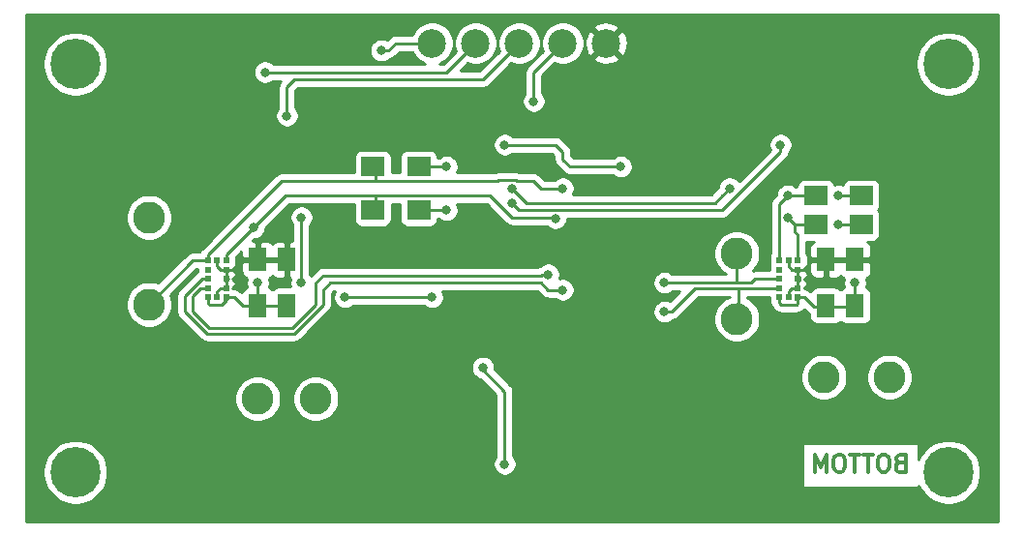
<source format=gbr>
G04 #@! TF.GenerationSoftware,KiCad,Pcbnew,(5.1.5)-2*
G04 #@! TF.CreationDate,2019-12-08T01:27:06+01:00*
G04 #@! TF.ProjectId,tof_sensor,746f665f-7365-46e7-936f-722e6b696361,rev?*
G04 #@! TF.SameCoordinates,Original*
G04 #@! TF.FileFunction,Copper,L2,Bot*
G04 #@! TF.FilePolarity,Positive*
%FSLAX46Y46*%
G04 Gerber Fmt 4.6, Leading zero omitted, Abs format (unit mm)*
G04 Created by KiCad (PCBNEW (5.1.5)-2) date 2019-12-08 01:27:06*
%MOMM*%
%LPD*%
G04 APERTURE LIST*
%ADD10C,0.300000*%
%ADD11R,0.500000X0.500000*%
%ADD12C,0.100000*%
%ADD13C,2.800000*%
%ADD14C,4.400000*%
%ADD15C,0.700000*%
%ADD16R,2.000000X1.700000*%
%ADD17C,2.499360*%
%ADD18R,1.600000X2.000000*%
%ADD19C,0.800000*%
%ADD20C,0.250000*%
%ADD21C,0.254000*%
G04 APERTURE END LIST*
D10*
X188249285Y-100857857D02*
X188035000Y-100929285D01*
X187963571Y-101000714D01*
X187892142Y-101143571D01*
X187892142Y-101357857D01*
X187963571Y-101500714D01*
X188035000Y-101572142D01*
X188177857Y-101643571D01*
X188749285Y-101643571D01*
X188749285Y-100143571D01*
X188249285Y-100143571D01*
X188106428Y-100215000D01*
X188035000Y-100286428D01*
X187963571Y-100429285D01*
X187963571Y-100572142D01*
X188035000Y-100715000D01*
X188106428Y-100786428D01*
X188249285Y-100857857D01*
X188749285Y-100857857D01*
X186963571Y-100143571D02*
X186677857Y-100143571D01*
X186535000Y-100215000D01*
X186392142Y-100357857D01*
X186320714Y-100643571D01*
X186320714Y-101143571D01*
X186392142Y-101429285D01*
X186535000Y-101572142D01*
X186677857Y-101643571D01*
X186963571Y-101643571D01*
X187106428Y-101572142D01*
X187249285Y-101429285D01*
X187320714Y-101143571D01*
X187320714Y-100643571D01*
X187249285Y-100357857D01*
X187106428Y-100215000D01*
X186963571Y-100143571D01*
X185892142Y-100143571D02*
X185035000Y-100143571D01*
X185463571Y-101643571D02*
X185463571Y-100143571D01*
X184749285Y-100143571D02*
X183892142Y-100143571D01*
X184320714Y-101643571D02*
X184320714Y-100143571D01*
X183106428Y-100143571D02*
X182820714Y-100143571D01*
X182677857Y-100215000D01*
X182535000Y-100357857D01*
X182463571Y-100643571D01*
X182463571Y-101143571D01*
X182535000Y-101429285D01*
X182677857Y-101572142D01*
X182820714Y-101643571D01*
X183106428Y-101643571D01*
X183249285Y-101572142D01*
X183392142Y-101429285D01*
X183463571Y-101143571D01*
X183463571Y-100643571D01*
X183392142Y-100357857D01*
X183249285Y-100215000D01*
X183106428Y-100143571D01*
X181820714Y-101643571D02*
X181820714Y-100143571D01*
X181320714Y-101215000D01*
X180820714Y-100143571D01*
X180820714Y-101643571D01*
D11*
X128505000Y-86360000D03*
X127705000Y-86360000D03*
X127705000Y-85560000D03*
X127705000Y-84760000D03*
X127705000Y-83960000D03*
X127705000Y-83160000D03*
X128505000Y-83160000D03*
X129305000Y-83160000D03*
X129305000Y-83960000D03*
X129305000Y-84760000D03*
X129305000Y-85560000D03*
G04 #@! TA.AperFunction,SMDPad,CuDef*
D12*
G36*
X129555000Y-86610000D02*
G01*
X129305000Y-86610000D01*
X129305000Y-86690000D01*
X129055000Y-86690000D01*
X129055000Y-86110000D01*
X129555000Y-86110000D01*
X129555000Y-86610000D01*
G37*
G04 #@! TD.AperFunction*
D11*
X178505000Y-86360000D03*
X177705000Y-86360000D03*
X177705000Y-85560000D03*
X177705000Y-84760000D03*
X177705000Y-83960000D03*
X177705000Y-83160000D03*
X178505000Y-83160000D03*
X179305000Y-83160000D03*
X179305000Y-83960000D03*
X179305000Y-84760000D03*
X179305000Y-85560000D03*
G04 #@! TA.AperFunction,SMDPad,CuDef*
D12*
G36*
X179555000Y-86610000D02*
G01*
X179305000Y-86610000D01*
X179305000Y-86690000D01*
X179055000Y-86690000D01*
X179055000Y-86110000D01*
X179555000Y-86110000D01*
X179555000Y-86610000D01*
G37*
G04 #@! TD.AperFunction*
D13*
X122555000Y-79375000D03*
X122555000Y-86995000D03*
D14*
X192485000Y-101680000D03*
D15*
X194135000Y-101680000D03*
X193651726Y-102846726D03*
X192485000Y-103330000D03*
X191318274Y-102846726D03*
X190835000Y-101680000D03*
X191318274Y-100513274D03*
X192485000Y-100030000D03*
X193651726Y-100513274D03*
D14*
X116125000Y-101680000D03*
D15*
X117775000Y-101680000D03*
X117291726Y-102846726D03*
X116125000Y-103330000D03*
X114958274Y-102846726D03*
X114475000Y-101680000D03*
X114958274Y-100513274D03*
X116125000Y-100030000D03*
X117291726Y-100513274D03*
D14*
X192485000Y-65960000D03*
D15*
X194135000Y-65960000D03*
X193651726Y-67126726D03*
X192485000Y-67610000D03*
X191318274Y-67126726D03*
X190835000Y-65960000D03*
X191318274Y-64793274D03*
X192485000Y-64310000D03*
X193651726Y-64793274D03*
D14*
X116125000Y-65960000D03*
D15*
X117775000Y-65960000D03*
X117291726Y-67126726D03*
X116125000Y-67610000D03*
X114958274Y-67126726D03*
X114475000Y-65960000D03*
X114958274Y-64793274D03*
X116125000Y-64310000D03*
X117291726Y-64793274D03*
D16*
X146145000Y-74930000D03*
X142145000Y-74930000D03*
D13*
X181610000Y-93345000D03*
X187325000Y-93345000D03*
X132080000Y-95250000D03*
X137160000Y-95250000D03*
X173990000Y-88265000D03*
X173990000Y-82550000D03*
D16*
X184880000Y-80010000D03*
X180880000Y-80010000D03*
X184880000Y-77470000D03*
X180880000Y-77470000D03*
X146145000Y-78740000D03*
X142145000Y-78740000D03*
D17*
X162560000Y-64135000D03*
X158750000Y-64135000D03*
X154940000Y-64135000D03*
X151130000Y-64135000D03*
X147320000Y-64135000D03*
D18*
X184310000Y-87090000D03*
X184310000Y-83090000D03*
X181770000Y-87090000D03*
X181770000Y-83090000D03*
X132080000Y-87090000D03*
X132080000Y-83090000D03*
X134620000Y-87090000D03*
X134620000Y-83090000D03*
D19*
X133350000Y-80645000D03*
X130175000Y-77470000D03*
X142875000Y-64770000D03*
X128270000Y-67310000D03*
X158750000Y-83820000D03*
X167640000Y-82550000D03*
X161290000Y-70485000D03*
X136525000Y-71755000D03*
X139065000Y-71755000D03*
X147955000Y-81915000D03*
X166370000Y-69215000D03*
X168910000Y-66040000D03*
X168910000Y-72390000D03*
X163195000Y-73660000D03*
X146685000Y-69850000D03*
X168275000Y-93345000D03*
X139700000Y-88900000D03*
X123825000Y-69850000D03*
X144780000Y-96520000D03*
X144780000Y-99060000D03*
X144780000Y-101600000D03*
X182880000Y-73025000D03*
X184310000Y-85090000D03*
X182880000Y-77470000D03*
X182880000Y-80010000D03*
X148590000Y-74930000D03*
X148590000Y-78740000D03*
X132080000Y-85090000D03*
X163830000Y-74930000D03*
X153670000Y-73025000D03*
X147320000Y-86360000D03*
X139700000Y-86360000D03*
X154305000Y-78105000D03*
X177800000Y-73025000D03*
X154305000Y-76835000D03*
X173355000Y-76835000D03*
X156210000Y-69215000D03*
X134620000Y-70485000D03*
X132715000Y-66675000D03*
X158750000Y-76835000D03*
X158115000Y-79465000D03*
X131700000Y-80265000D03*
X167640000Y-85090000D03*
X158750000Y-85725000D03*
X167640000Y-87630000D03*
X157480000Y-84365000D03*
X178435000Y-77470000D03*
X135890000Y-79375000D03*
X135890000Y-85090000D03*
X178435000Y-79375000D03*
X153670000Y-100965000D03*
X151765000Y-92529999D03*
D20*
X142875000Y-64770000D02*
X143510000Y-64770000D01*
X144145000Y-64135000D02*
X147320000Y-64135000D01*
X143510000Y-64770000D02*
X144145000Y-64135000D01*
X178805000Y-83960000D02*
X179305000Y-83960000D01*
X178505000Y-83660000D02*
X178805000Y-83960000D01*
X178505000Y-83160000D02*
X178505000Y-83660000D01*
X179305000Y-83960000D02*
X179305000Y-85560000D01*
X178505000Y-85860000D02*
X178505000Y-86360000D01*
X178805000Y-85560000D02*
X178505000Y-85860000D01*
X179305000Y-85560000D02*
X178805000Y-85560000D01*
X180675000Y-83090000D02*
X181770000Y-83090000D01*
X179305000Y-83960000D02*
X179805000Y-83960000D01*
X179805000Y-83960000D02*
X180675000Y-83090000D01*
X181770000Y-83090000D02*
X184310000Y-83090000D01*
X128805000Y-83960000D02*
X129305000Y-83960000D01*
X128505000Y-83660000D02*
X128805000Y-83960000D01*
X128505000Y-83160000D02*
X128505000Y-83660000D01*
X129305000Y-83960000D02*
X129305000Y-85560000D01*
X128505000Y-85860000D02*
X128505000Y-86360000D01*
X128805000Y-85560000D02*
X128505000Y-85860000D01*
X129305000Y-85560000D02*
X128805000Y-85560000D01*
X129305000Y-83960000D02*
X129805000Y-83960000D01*
X130675000Y-83090000D02*
X131920000Y-83090000D01*
X129805000Y-83960000D02*
X130675000Y-83090000D01*
X131920000Y-83090000D02*
X134460000Y-83090000D01*
X180690000Y-87185000D02*
X181770000Y-87185000D01*
X179305000Y-86360000D02*
X179865000Y-86360000D01*
X179865000Y-86360000D02*
X180690000Y-87185000D01*
X181770000Y-87185000D02*
X184310000Y-87185000D01*
X129305000Y-86360000D02*
X130015000Y-86360000D01*
X130745000Y-87090000D02*
X131920000Y-87090000D01*
X130015000Y-86360000D02*
X130745000Y-87090000D01*
X131920000Y-87090000D02*
X134460000Y-87090000D01*
X184310000Y-87090000D02*
X184310000Y-85090000D01*
X177705000Y-86860000D02*
X177840000Y-86995000D01*
X177705000Y-86360000D02*
X177705000Y-86860000D01*
X177840000Y-86995000D02*
X179230000Y-86995000D01*
X179305000Y-86920000D02*
X179305000Y-86360000D01*
X179230000Y-86995000D02*
X179305000Y-86920000D01*
X127705000Y-86860000D02*
X127840000Y-86995000D01*
X127705000Y-86360000D02*
X127705000Y-86860000D01*
X129305000Y-86645002D02*
X128955002Y-86995000D01*
X129305000Y-86360000D02*
X129305000Y-86645002D01*
X128955002Y-86995000D02*
X127840000Y-86995000D01*
X184880000Y-77470000D02*
X182880000Y-77470000D01*
X184880000Y-80010000D02*
X182880000Y-80010000D01*
X146145000Y-74930000D02*
X148590000Y-74930000D01*
X146145000Y-78740000D02*
X147955000Y-78740000D01*
X147955000Y-78740000D02*
X148590000Y-78740000D01*
X132080000Y-87090000D02*
X132080000Y-85090000D01*
X163830000Y-74930000D02*
X159385000Y-74930000D01*
X158115000Y-73025000D02*
X153670000Y-73025000D01*
X158115000Y-73025000D02*
X158750000Y-73660000D01*
X159385000Y-74930000D02*
X158750000Y-74295000D01*
X158750000Y-74295000D02*
X158750000Y-73660000D01*
X147320000Y-86360000D02*
X139700000Y-86360000D01*
X154940000Y-78740000D02*
X154305000Y-78105000D01*
X170180000Y-78740000D02*
X154940000Y-78740000D01*
X170180000Y-78740000D02*
X172720000Y-78740000D01*
X172720000Y-78740000D02*
X177800000Y-73660000D01*
X177800000Y-73660000D02*
X177800000Y-73025000D01*
X154305000Y-76835000D02*
X155575000Y-78105000D01*
X155575000Y-78105000D02*
X170180000Y-78105000D01*
X170180000Y-78105000D02*
X171450000Y-78105000D01*
X171450000Y-78105000D02*
X171995000Y-78105000D01*
X171995000Y-78105000D02*
X172085000Y-78105000D01*
X172085000Y-78105000D02*
X172720000Y-77470000D01*
X172720000Y-77470000D02*
X173355000Y-76835000D01*
X156210000Y-66675000D02*
X158750000Y-64135000D01*
X156210000Y-69215000D02*
X156210000Y-66675000D01*
X151765000Y-67310000D02*
X154940000Y-64135000D01*
X135255000Y-67310000D02*
X151765000Y-67310000D01*
X134620000Y-70485000D02*
X134620000Y-67945000D01*
X134620000Y-67945000D02*
X135255000Y-67310000D01*
X148590000Y-66675000D02*
X151130000Y-64135000D01*
X132715000Y-66675000D02*
X148590000Y-66675000D01*
X153125001Y-76109999D02*
X153035000Y-76200000D01*
X156210000Y-76200000D02*
X154743002Y-76200000D01*
X127705000Y-82660000D02*
X127705000Y-83160000D01*
X158750000Y-76835000D02*
X156845000Y-76835000D01*
X156845000Y-76835000D02*
X156210000Y-76200000D01*
X154743002Y-76200000D02*
X154653001Y-76109999D01*
X134165000Y-76200000D02*
X127705000Y-82660000D01*
X154653001Y-76109999D02*
X153125001Y-76109999D01*
X142335000Y-76105000D02*
X142335000Y-74930000D01*
X142240000Y-76200000D02*
X153035000Y-76200000D01*
X142240000Y-76200000D02*
X142335000Y-76105000D01*
X134165000Y-76200000D02*
X142240000Y-76200000D01*
X126390000Y-83160000D02*
X127705000Y-83160000D01*
X122555000Y-86995000D02*
X126390000Y-83160000D01*
X129305000Y-83160000D02*
X129305000Y-82660000D01*
X129305000Y-82660000D02*
X130667500Y-81297500D01*
X158025000Y-79375000D02*
X154305000Y-79375000D01*
X158115000Y-79465000D02*
X158025000Y-79375000D01*
X154305000Y-79375000D02*
X152400000Y-77470000D01*
X142335000Y-77565000D02*
X142335000Y-78740000D01*
X142240000Y-77470000D02*
X152400000Y-77470000D01*
X142240000Y-77470000D02*
X142335000Y-77565000D01*
X134495000Y-77470000D02*
X142240000Y-77470000D01*
X134495000Y-77470000D02*
X131700000Y-80265000D01*
X131700000Y-80265000D02*
X130667500Y-81297500D01*
X157480000Y-85725000D02*
X158750000Y-85725000D01*
X156845000Y-85090000D02*
X157480000Y-85725000D01*
X167640000Y-85090000D02*
X175260000Y-85090000D01*
X175590000Y-84760000D02*
X177705000Y-84760000D01*
X175260000Y-85090000D02*
X175590000Y-84760000D01*
X173990000Y-82550000D02*
X173990000Y-85090000D01*
X137795000Y-85725000D02*
X138430000Y-85090000D01*
X137795000Y-86995000D02*
X137795000Y-85725000D01*
X125730000Y-87630000D02*
X127635000Y-89535000D01*
X156845000Y-85090000D02*
X138430000Y-85090000D01*
X135924989Y-88865011D02*
X135926400Y-88865010D01*
X137610009Y-87179991D02*
X137795000Y-86995000D01*
X125730000Y-86235000D02*
X125730000Y-87630000D01*
X135926400Y-88865010D02*
X137610009Y-87181401D01*
X137610009Y-87181401D02*
X137610009Y-87179991D01*
X127705000Y-84760000D02*
X127205000Y-84760000D01*
X127205000Y-84760000D02*
X125730000Y-86235000D01*
X127635000Y-89535000D02*
X135255000Y-89535000D01*
X135255000Y-89535000D02*
X135924989Y-88865011D01*
X167640000Y-87630000D02*
X168275000Y-87630000D01*
X168275000Y-87630000D02*
X170345000Y-85560000D01*
X174155000Y-85560000D02*
X177705000Y-85560000D01*
X170345000Y-85560000D02*
X174155000Y-85560000D01*
X174155000Y-85560000D02*
X174155000Y-86830000D01*
X173990000Y-86995000D02*
X173990000Y-88265000D01*
X174155000Y-86830000D02*
X173990000Y-86995000D01*
X127041410Y-85560000D02*
X127705000Y-85560000D01*
X126365000Y-86236410D02*
X127041410Y-85560000D01*
X135739999Y-88415001D02*
X135738588Y-88415002D01*
X127821400Y-89084990D02*
X126365000Y-87628590D01*
X136525000Y-87630000D02*
X135739999Y-88415001D01*
X135738588Y-88415002D02*
X135068600Y-89084990D01*
X135068600Y-89084990D02*
X127821400Y-89084990D01*
X126365000Y-87628590D02*
X126365000Y-86236410D01*
X157480000Y-84365000D02*
X156914315Y-84365000D01*
X156914315Y-84365000D02*
X156824315Y-84455000D01*
X136525000Y-87630000D02*
X137160000Y-86995000D01*
X137160000Y-86995000D02*
X137160000Y-86360000D01*
X137160000Y-85088590D02*
X137793590Y-84455000D01*
X137160000Y-86360000D02*
X137160000Y-85088590D01*
X137793590Y-84455000D02*
X156845000Y-84455000D01*
X178435000Y-77470000D02*
X180880000Y-77470000D01*
X177705000Y-78200000D02*
X177705000Y-83160000D01*
X178435000Y-77470000D02*
X177705000Y-78200000D01*
X135890000Y-79375000D02*
X135890000Y-85090000D01*
X179305000Y-83160000D02*
X179305000Y-82475000D01*
X178435000Y-79375000D02*
X179070000Y-80010000D01*
X179070000Y-80010000D02*
X180880000Y-80010000D01*
X179070000Y-80010000D02*
X179070000Y-80645000D01*
X179305000Y-80880000D02*
X179305000Y-82475000D01*
X179070000Y-80645000D02*
X179305000Y-80880000D01*
X153670000Y-100965000D02*
X153670000Y-94615000D01*
X153670000Y-94615000D02*
X151765000Y-92710000D01*
X151765000Y-92710000D02*
X151765000Y-92529999D01*
D21*
G36*
X196825001Y-87597572D02*
G01*
X196825000Y-87597582D01*
X196825001Y-106020000D01*
X111785000Y-106020000D01*
X111785000Y-101400777D01*
X113290000Y-101400777D01*
X113290000Y-101959223D01*
X113398948Y-102506939D01*
X113612656Y-103022876D01*
X113922912Y-103487207D01*
X114317793Y-103882088D01*
X114782124Y-104192344D01*
X115298061Y-104406052D01*
X115845777Y-104515000D01*
X116404223Y-104515000D01*
X116951939Y-104406052D01*
X117467876Y-104192344D01*
X117932207Y-103882088D01*
X118327088Y-103487207D01*
X118637344Y-103022876D01*
X118851052Y-102506939D01*
X118960000Y-101959223D01*
X118960000Y-101400777D01*
X118851052Y-100853061D01*
X118637344Y-100337124D01*
X118327088Y-99872793D01*
X117932207Y-99477912D01*
X117467876Y-99167656D01*
X116951939Y-98953948D01*
X116404223Y-98845000D01*
X115845777Y-98845000D01*
X115298061Y-98953948D01*
X114782124Y-99167656D01*
X114317793Y-99477912D01*
X113922912Y-99872793D01*
X113612656Y-100337124D01*
X113398948Y-100853061D01*
X113290000Y-101400777D01*
X111785000Y-101400777D01*
X111785000Y-95049570D01*
X130045000Y-95049570D01*
X130045000Y-95450430D01*
X130123204Y-95843587D01*
X130276607Y-96213934D01*
X130499313Y-96547237D01*
X130782763Y-96830687D01*
X131116066Y-97053393D01*
X131486413Y-97206796D01*
X131879570Y-97285000D01*
X132280430Y-97285000D01*
X132673587Y-97206796D01*
X133043934Y-97053393D01*
X133377237Y-96830687D01*
X133660687Y-96547237D01*
X133883393Y-96213934D01*
X134036796Y-95843587D01*
X134115000Y-95450430D01*
X134115000Y-95049570D01*
X135125000Y-95049570D01*
X135125000Y-95450430D01*
X135203204Y-95843587D01*
X135356607Y-96213934D01*
X135579313Y-96547237D01*
X135862763Y-96830687D01*
X136196066Y-97053393D01*
X136566413Y-97206796D01*
X136959570Y-97285000D01*
X137360430Y-97285000D01*
X137753587Y-97206796D01*
X138123934Y-97053393D01*
X138457237Y-96830687D01*
X138740687Y-96547237D01*
X138963393Y-96213934D01*
X139116796Y-95843587D01*
X139195000Y-95450430D01*
X139195000Y-95049570D01*
X139116796Y-94656413D01*
X138963393Y-94286066D01*
X138740687Y-93952763D01*
X138457237Y-93669313D01*
X138123934Y-93446607D01*
X137753587Y-93293204D01*
X137360430Y-93215000D01*
X136959570Y-93215000D01*
X136566413Y-93293204D01*
X136196066Y-93446607D01*
X135862763Y-93669313D01*
X135579313Y-93952763D01*
X135356607Y-94286066D01*
X135203204Y-94656413D01*
X135125000Y-95049570D01*
X134115000Y-95049570D01*
X134036796Y-94656413D01*
X133883393Y-94286066D01*
X133660687Y-93952763D01*
X133377237Y-93669313D01*
X133043934Y-93446607D01*
X132673587Y-93293204D01*
X132280430Y-93215000D01*
X131879570Y-93215000D01*
X131486413Y-93293204D01*
X131116066Y-93446607D01*
X130782763Y-93669313D01*
X130499313Y-93952763D01*
X130276607Y-94286066D01*
X130123204Y-94656413D01*
X130045000Y-95049570D01*
X111785000Y-95049570D01*
X111785000Y-92428060D01*
X150730000Y-92428060D01*
X150730000Y-92631938D01*
X150769774Y-92831897D01*
X150847795Y-93020255D01*
X150961063Y-93189773D01*
X151105226Y-93333936D01*
X151274744Y-93447204D01*
X151463102Y-93525225D01*
X151515932Y-93535734D01*
X152910001Y-94929803D01*
X152910000Y-100261289D01*
X152866063Y-100305226D01*
X152752795Y-100474744D01*
X152674774Y-100663102D01*
X152635000Y-100863061D01*
X152635000Y-101066939D01*
X152674774Y-101266898D01*
X152752795Y-101455256D01*
X152866063Y-101624774D01*
X153010226Y-101768937D01*
X153179744Y-101882205D01*
X153368102Y-101960226D01*
X153568061Y-102000000D01*
X153771939Y-102000000D01*
X153971898Y-101960226D01*
X154160256Y-101882205D01*
X154329774Y-101768937D01*
X154473937Y-101624774D01*
X154587205Y-101455256D01*
X154665226Y-101266898D01*
X154705000Y-101066939D01*
X154705000Y-100863061D01*
X154665226Y-100663102D01*
X154587205Y-100474744D01*
X154473937Y-100305226D01*
X154430000Y-100261289D01*
X154430000Y-99175000D01*
X179678572Y-99175000D01*
X179678572Y-102995000D01*
X189891429Y-102995000D01*
X189891429Y-102826777D01*
X189972656Y-103022876D01*
X190282912Y-103487207D01*
X190677793Y-103882088D01*
X191142124Y-104192344D01*
X191658061Y-104406052D01*
X192205777Y-104515000D01*
X192764223Y-104515000D01*
X193311939Y-104406052D01*
X193827876Y-104192344D01*
X194292207Y-103882088D01*
X194687088Y-103487207D01*
X194997344Y-103022876D01*
X195211052Y-102506939D01*
X195320000Y-101959223D01*
X195320000Y-101400777D01*
X195211052Y-100853061D01*
X194997344Y-100337124D01*
X194687088Y-99872793D01*
X194292207Y-99477912D01*
X193827876Y-99167656D01*
X193311939Y-98953948D01*
X192764223Y-98845000D01*
X192205777Y-98845000D01*
X191658061Y-98953948D01*
X191142124Y-99167656D01*
X190677793Y-99477912D01*
X190282912Y-99872793D01*
X189972656Y-100337124D01*
X189891429Y-100533223D01*
X189891429Y-99175000D01*
X179678572Y-99175000D01*
X154430000Y-99175000D01*
X154430000Y-94652323D01*
X154433676Y-94615000D01*
X154430000Y-94577677D01*
X154430000Y-94577667D01*
X154419003Y-94466014D01*
X154375546Y-94322753D01*
X154304974Y-94190724D01*
X154210001Y-94074999D01*
X154181003Y-94051201D01*
X153274372Y-93144570D01*
X179575000Y-93144570D01*
X179575000Y-93545430D01*
X179653204Y-93938587D01*
X179806607Y-94308934D01*
X180029313Y-94642237D01*
X180312763Y-94925687D01*
X180646066Y-95148393D01*
X181016413Y-95301796D01*
X181409570Y-95380000D01*
X181810430Y-95380000D01*
X182203587Y-95301796D01*
X182573934Y-95148393D01*
X182907237Y-94925687D01*
X183190687Y-94642237D01*
X183413393Y-94308934D01*
X183566796Y-93938587D01*
X183645000Y-93545430D01*
X183645000Y-93144570D01*
X185290000Y-93144570D01*
X185290000Y-93545430D01*
X185368204Y-93938587D01*
X185521607Y-94308934D01*
X185744313Y-94642237D01*
X186027763Y-94925687D01*
X186361066Y-95148393D01*
X186731413Y-95301796D01*
X187124570Y-95380000D01*
X187525430Y-95380000D01*
X187918587Y-95301796D01*
X188288934Y-95148393D01*
X188622237Y-94925687D01*
X188905687Y-94642237D01*
X189128393Y-94308934D01*
X189281796Y-93938587D01*
X189360000Y-93545430D01*
X189360000Y-93144570D01*
X189281796Y-92751413D01*
X189128393Y-92381066D01*
X188905687Y-92047763D01*
X188622237Y-91764313D01*
X188288934Y-91541607D01*
X187918587Y-91388204D01*
X187525430Y-91310000D01*
X187124570Y-91310000D01*
X186731413Y-91388204D01*
X186361066Y-91541607D01*
X186027763Y-91764313D01*
X185744313Y-92047763D01*
X185521607Y-92381066D01*
X185368204Y-92751413D01*
X185290000Y-93144570D01*
X183645000Y-93144570D01*
X183566796Y-92751413D01*
X183413393Y-92381066D01*
X183190687Y-92047763D01*
X182907237Y-91764313D01*
X182573934Y-91541607D01*
X182203587Y-91388204D01*
X181810430Y-91310000D01*
X181409570Y-91310000D01*
X181016413Y-91388204D01*
X180646066Y-91541607D01*
X180312763Y-91764313D01*
X180029313Y-92047763D01*
X179806607Y-92381066D01*
X179653204Y-92751413D01*
X179575000Y-93144570D01*
X153274372Y-93144570D01*
X152793652Y-92663851D01*
X152800000Y-92631938D01*
X152800000Y-92428060D01*
X152760226Y-92228101D01*
X152682205Y-92039743D01*
X152568937Y-91870225D01*
X152424774Y-91726062D01*
X152255256Y-91612794D01*
X152066898Y-91534773D01*
X151866939Y-91494999D01*
X151663061Y-91494999D01*
X151463102Y-91534773D01*
X151274744Y-91612794D01*
X151105226Y-91726062D01*
X150961063Y-91870225D01*
X150847795Y-92039743D01*
X150769774Y-92228101D01*
X150730000Y-92428060D01*
X111785000Y-92428060D01*
X111785000Y-86794570D01*
X120520000Y-86794570D01*
X120520000Y-87195430D01*
X120598204Y-87588587D01*
X120751607Y-87958934D01*
X120974313Y-88292237D01*
X121257763Y-88575687D01*
X121591066Y-88798393D01*
X121961413Y-88951796D01*
X122354570Y-89030000D01*
X122755430Y-89030000D01*
X123148587Y-88951796D01*
X123518934Y-88798393D01*
X123852237Y-88575687D01*
X124135687Y-88292237D01*
X124358393Y-87958934D01*
X124511796Y-87588587D01*
X124590000Y-87195430D01*
X124590000Y-86794570D01*
X124511796Y-86401413D01*
X124427323Y-86197478D01*
X126704802Y-83920000D01*
X126816928Y-83920000D01*
X126816928Y-84105674D01*
X126780723Y-84125026D01*
X126734753Y-84162753D01*
X126664999Y-84219999D01*
X126641201Y-84248997D01*
X125219003Y-85671196D01*
X125189999Y-85694999D01*
X125145047Y-85749774D01*
X125095026Y-85810724D01*
X125049445Y-85896000D01*
X125024454Y-85942754D01*
X124980997Y-86086015D01*
X124970000Y-86197668D01*
X124970000Y-86197678D01*
X124966324Y-86235000D01*
X124970000Y-86272323D01*
X124970001Y-87592668D01*
X124966324Y-87630000D01*
X124970001Y-87667333D01*
X124980998Y-87778986D01*
X124991912Y-87814965D01*
X125024454Y-87922246D01*
X125095026Y-88054276D01*
X125136686Y-88105038D01*
X125190000Y-88170001D01*
X125218998Y-88193799D01*
X127071201Y-90046003D01*
X127094999Y-90075001D01*
X127210724Y-90169974D01*
X127342753Y-90240546D01*
X127486014Y-90284003D01*
X127597667Y-90295000D01*
X127597677Y-90295000D01*
X127635000Y-90298676D01*
X127672323Y-90295000D01*
X135217678Y-90295000D01*
X135255000Y-90298676D01*
X135292322Y-90295000D01*
X135292333Y-90295000D01*
X135403986Y-90284003D01*
X135547247Y-90240546D01*
X135679276Y-90169974D01*
X135795001Y-90075001D01*
X135818803Y-90045998D01*
X136429544Y-89435258D01*
X136437402Y-89428809D01*
X136437592Y-89428619D01*
X136466783Y-89404628D01*
X136490390Y-89375821D01*
X138121013Y-87745199D01*
X138150010Y-87721402D01*
X138180266Y-87684535D01*
X138305998Y-87558803D01*
X138335001Y-87535001D01*
X138429974Y-87419276D01*
X138500546Y-87287247D01*
X138544003Y-87143986D01*
X138555000Y-87032333D01*
X138555000Y-87032325D01*
X138558676Y-86995000D01*
X138555000Y-86957675D01*
X138555000Y-86039801D01*
X138744802Y-85850000D01*
X138795987Y-85850000D01*
X138782795Y-85869744D01*
X138704774Y-86058102D01*
X138665000Y-86258061D01*
X138665000Y-86461939D01*
X138704774Y-86661898D01*
X138782795Y-86850256D01*
X138896063Y-87019774D01*
X139040226Y-87163937D01*
X139209744Y-87277205D01*
X139398102Y-87355226D01*
X139598061Y-87395000D01*
X139801939Y-87395000D01*
X140001898Y-87355226D01*
X140190256Y-87277205D01*
X140359774Y-87163937D01*
X140403711Y-87120000D01*
X146616289Y-87120000D01*
X146660226Y-87163937D01*
X146829744Y-87277205D01*
X147018102Y-87355226D01*
X147218061Y-87395000D01*
X147421939Y-87395000D01*
X147621898Y-87355226D01*
X147810256Y-87277205D01*
X147979774Y-87163937D01*
X148123937Y-87019774D01*
X148237205Y-86850256D01*
X148315226Y-86661898D01*
X148355000Y-86461939D01*
X148355000Y-86258061D01*
X148315226Y-86058102D01*
X148237205Y-85869744D01*
X148224013Y-85850000D01*
X156530199Y-85850000D01*
X156916200Y-86236002D01*
X156939999Y-86265001D01*
X157019201Y-86330000D01*
X157055724Y-86359974D01*
X157187753Y-86430546D01*
X157331014Y-86474003D01*
X157480000Y-86488677D01*
X157517333Y-86485000D01*
X158046289Y-86485000D01*
X158090226Y-86528937D01*
X158259744Y-86642205D01*
X158448102Y-86720226D01*
X158648061Y-86760000D01*
X158851939Y-86760000D01*
X159051898Y-86720226D01*
X159240256Y-86642205D01*
X159409774Y-86528937D01*
X159553937Y-86384774D01*
X159667205Y-86215256D01*
X159745226Y-86026898D01*
X159785000Y-85826939D01*
X159785000Y-85623061D01*
X159745226Y-85423102D01*
X159667205Y-85234744D01*
X159553937Y-85065226D01*
X159476772Y-84988061D01*
X166605000Y-84988061D01*
X166605000Y-85191939D01*
X166644774Y-85391898D01*
X166722795Y-85580256D01*
X166836063Y-85749774D01*
X166980226Y-85893937D01*
X167149744Y-86007205D01*
X167338102Y-86085226D01*
X167538061Y-86125000D01*
X167741939Y-86125000D01*
X167941898Y-86085226D01*
X168130256Y-86007205D01*
X168299774Y-85893937D01*
X168343711Y-85850000D01*
X168980198Y-85850000D01*
X168121168Y-86709031D01*
X167941898Y-86634774D01*
X167741939Y-86595000D01*
X167538061Y-86595000D01*
X167338102Y-86634774D01*
X167149744Y-86712795D01*
X166980226Y-86826063D01*
X166836063Y-86970226D01*
X166722795Y-87139744D01*
X166644774Y-87328102D01*
X166605000Y-87528061D01*
X166605000Y-87731939D01*
X166644774Y-87931898D01*
X166722795Y-88120256D01*
X166836063Y-88289774D01*
X166980226Y-88433937D01*
X167149744Y-88547205D01*
X167338102Y-88625226D01*
X167538061Y-88665000D01*
X167741939Y-88665000D01*
X167941898Y-88625226D01*
X168130256Y-88547205D01*
X168299774Y-88433937D01*
X168347139Y-88386572D01*
X168423986Y-88379003D01*
X168567247Y-88335546D01*
X168699276Y-88264974D01*
X168815001Y-88170001D01*
X168838804Y-88140997D01*
X170659802Y-86320000D01*
X173367935Y-86320000D01*
X173026066Y-86461607D01*
X172692763Y-86684313D01*
X172409313Y-86967763D01*
X172186607Y-87301066D01*
X172033204Y-87671413D01*
X171955000Y-88064570D01*
X171955000Y-88465430D01*
X172033204Y-88858587D01*
X172186607Y-89228934D01*
X172409313Y-89562237D01*
X172692763Y-89845687D01*
X173026066Y-90068393D01*
X173396413Y-90221796D01*
X173789570Y-90300000D01*
X174190430Y-90300000D01*
X174583587Y-90221796D01*
X174953934Y-90068393D01*
X175287237Y-89845687D01*
X175570687Y-89562237D01*
X175793393Y-89228934D01*
X175946796Y-88858587D01*
X176025000Y-88465430D01*
X176025000Y-88064570D01*
X175946796Y-87671413D01*
X175793393Y-87301066D01*
X175570687Y-86967763D01*
X175287237Y-86684313D01*
X174953934Y-86461607D01*
X174915000Y-86445480D01*
X174915000Y-86320000D01*
X176816928Y-86320000D01*
X176816928Y-86610000D01*
X176829188Y-86734482D01*
X176865498Y-86854180D01*
X176924463Y-86964494D01*
X176955318Y-87002091D01*
X176955997Y-87008986D01*
X176999454Y-87152247D01*
X177070026Y-87284276D01*
X177165000Y-87400001D01*
X177193998Y-87423799D01*
X177276196Y-87505997D01*
X177299999Y-87535001D01*
X177415724Y-87629974D01*
X177547753Y-87700546D01*
X177691014Y-87744003D01*
X177802667Y-87755000D01*
X177802678Y-87755000D01*
X177840000Y-87758676D01*
X177877323Y-87755000D01*
X179192678Y-87755000D01*
X179230000Y-87758676D01*
X179267322Y-87755000D01*
X179267333Y-87755000D01*
X179378986Y-87744003D01*
X179522247Y-87700546D01*
X179654276Y-87629974D01*
X179770001Y-87535001D01*
X179793804Y-87505997D01*
X179815998Y-87483803D01*
X179845001Y-87460001D01*
X179865374Y-87435176D01*
X180126201Y-87696002D01*
X180149999Y-87725001D01*
X180265724Y-87819974D01*
X180331928Y-87855361D01*
X180331928Y-88090000D01*
X180344188Y-88214482D01*
X180380498Y-88334180D01*
X180439463Y-88444494D01*
X180518815Y-88541185D01*
X180615506Y-88620537D01*
X180725820Y-88679502D01*
X180845518Y-88715812D01*
X180970000Y-88728072D01*
X182570000Y-88728072D01*
X182694482Y-88715812D01*
X182814180Y-88679502D01*
X182924494Y-88620537D01*
X183021185Y-88541185D01*
X183040000Y-88518259D01*
X183058815Y-88541185D01*
X183155506Y-88620537D01*
X183265820Y-88679502D01*
X183385518Y-88715812D01*
X183510000Y-88728072D01*
X185110000Y-88728072D01*
X185234482Y-88715812D01*
X185354180Y-88679502D01*
X185464494Y-88620537D01*
X185561185Y-88541185D01*
X185640537Y-88444494D01*
X185699502Y-88334180D01*
X185735812Y-88214482D01*
X185748072Y-88090000D01*
X185748072Y-86090000D01*
X185735812Y-85965518D01*
X185699502Y-85845820D01*
X185640537Y-85735506D01*
X185561185Y-85638815D01*
X185464494Y-85559463D01*
X185354180Y-85500498D01*
X185270728Y-85475183D01*
X185305226Y-85391898D01*
X185345000Y-85191939D01*
X185345000Y-84988061D01*
X185305226Y-84788102D01*
X185270728Y-84704817D01*
X185354180Y-84679502D01*
X185464494Y-84620537D01*
X185561185Y-84541185D01*
X185640537Y-84444494D01*
X185699502Y-84334180D01*
X185735812Y-84214482D01*
X185748072Y-84090000D01*
X185745000Y-83375750D01*
X185586250Y-83217000D01*
X184437000Y-83217000D01*
X184437000Y-83237000D01*
X184183000Y-83237000D01*
X184183000Y-83217000D01*
X181897000Y-83217000D01*
X181897000Y-84566250D01*
X182055750Y-84725000D01*
X182570000Y-84728072D01*
X182694482Y-84715812D01*
X182814180Y-84679502D01*
X182924494Y-84620537D01*
X183021185Y-84541185D01*
X183040000Y-84518259D01*
X183058815Y-84541185D01*
X183155506Y-84620537D01*
X183265820Y-84679502D01*
X183349272Y-84704817D01*
X183314774Y-84788102D01*
X183275000Y-84988061D01*
X183275000Y-85191939D01*
X183314774Y-85391898D01*
X183349272Y-85475183D01*
X183265820Y-85500498D01*
X183155506Y-85559463D01*
X183058815Y-85638815D01*
X183040000Y-85661741D01*
X183021185Y-85638815D01*
X182924494Y-85559463D01*
X182814180Y-85500498D01*
X182694482Y-85464188D01*
X182570000Y-85451928D01*
X180970000Y-85451928D01*
X180845518Y-85464188D01*
X180725820Y-85500498D01*
X180615506Y-85559463D01*
X180518815Y-85638815D01*
X180439463Y-85735506D01*
X180397563Y-85813895D01*
X180289276Y-85725026D01*
X180157247Y-85654454D01*
X180013986Y-85610997D01*
X179938908Y-85603602D01*
X179909494Y-85579463D01*
X179872721Y-85559807D01*
X179924190Y-85530417D01*
X180018625Y-85448392D01*
X180027453Y-85437000D01*
X180031250Y-85437000D01*
X180190000Y-85278250D01*
X180184048Y-85203066D01*
X180172288Y-85160000D01*
X180184048Y-85116934D01*
X180190000Y-85041750D01*
X180031250Y-84883000D01*
X180027453Y-84883000D01*
X180018625Y-84871608D01*
X179924190Y-84789583D01*
X179872383Y-84760000D01*
X179924190Y-84730417D01*
X180018625Y-84648392D01*
X180027453Y-84637000D01*
X180031250Y-84637000D01*
X180190000Y-84478250D01*
X180184048Y-84403066D01*
X180172288Y-84360000D01*
X180184048Y-84316934D01*
X180190000Y-84241750D01*
X180038250Y-84090000D01*
X180331928Y-84090000D01*
X180344188Y-84214482D01*
X180380498Y-84334180D01*
X180439463Y-84444494D01*
X180518815Y-84541185D01*
X180615506Y-84620537D01*
X180725820Y-84679502D01*
X180845518Y-84715812D01*
X180970000Y-84728072D01*
X181484250Y-84725000D01*
X181643000Y-84566250D01*
X181643000Y-83217000D01*
X180493750Y-83217000D01*
X180335000Y-83375750D01*
X180331928Y-84090000D01*
X180038250Y-84090000D01*
X180031250Y-84083000D01*
X180027453Y-84083000D01*
X180018625Y-84071608D01*
X179924190Y-83989583D01*
X179872721Y-83960193D01*
X179909494Y-83940537D01*
X180006185Y-83861185D01*
X180026033Y-83837000D01*
X180031250Y-83837000D01*
X180190000Y-83678250D01*
X180184048Y-83603066D01*
X180172659Y-83561358D01*
X180180812Y-83534482D01*
X180193072Y-83410000D01*
X180193072Y-82910000D01*
X180180812Y-82785518D01*
X180144502Y-82665820D01*
X180085537Y-82555506D01*
X180065000Y-82530482D01*
X180065000Y-81498072D01*
X180733817Y-81498072D01*
X180725820Y-81500498D01*
X180615506Y-81559463D01*
X180518815Y-81638815D01*
X180439463Y-81735506D01*
X180380498Y-81845820D01*
X180344188Y-81965518D01*
X180331928Y-82090000D01*
X180335000Y-82804250D01*
X180493750Y-82963000D01*
X181643000Y-82963000D01*
X181643000Y-82943000D01*
X181897000Y-82943000D01*
X181897000Y-82963000D01*
X184183000Y-82963000D01*
X184183000Y-82943000D01*
X184437000Y-82943000D01*
X184437000Y-82963000D01*
X185586250Y-82963000D01*
X185745000Y-82804250D01*
X185748072Y-82090000D01*
X185735812Y-81965518D01*
X185699502Y-81845820D01*
X185640537Y-81735506D01*
X185561185Y-81638815D01*
X185464494Y-81559463D01*
X185354180Y-81500498D01*
X185346183Y-81498072D01*
X185880000Y-81498072D01*
X186004482Y-81485812D01*
X186124180Y-81449502D01*
X186234494Y-81390537D01*
X186331185Y-81311185D01*
X186410537Y-81214494D01*
X186469502Y-81104180D01*
X186505812Y-80984482D01*
X186518072Y-80860000D01*
X186518072Y-79160000D01*
X186505812Y-79035518D01*
X186469502Y-78915820D01*
X186410537Y-78805506D01*
X186356778Y-78740000D01*
X186410537Y-78674494D01*
X186469502Y-78564180D01*
X186505812Y-78444482D01*
X186518072Y-78320000D01*
X186518072Y-76620000D01*
X186505812Y-76495518D01*
X186469502Y-76375820D01*
X186410537Y-76265506D01*
X186331185Y-76168815D01*
X186234494Y-76089463D01*
X186124180Y-76030498D01*
X186004482Y-75994188D01*
X185880000Y-75981928D01*
X183880000Y-75981928D01*
X183755518Y-75994188D01*
X183635820Y-76030498D01*
X183525506Y-76089463D01*
X183428815Y-76168815D01*
X183349463Y-76265506D01*
X183290498Y-76375820D01*
X183254188Y-76495518D01*
X183253317Y-76504357D01*
X183181898Y-76474774D01*
X182981939Y-76435000D01*
X182778061Y-76435000D01*
X182578102Y-76474774D01*
X182506683Y-76504357D01*
X182505812Y-76495518D01*
X182469502Y-76375820D01*
X182410537Y-76265506D01*
X182331185Y-76168815D01*
X182234494Y-76089463D01*
X182124180Y-76030498D01*
X182004482Y-75994188D01*
X181880000Y-75981928D01*
X179880000Y-75981928D01*
X179755518Y-75994188D01*
X179635820Y-76030498D01*
X179525506Y-76089463D01*
X179428815Y-76168815D01*
X179349463Y-76265506D01*
X179290498Y-76375820D01*
X179254188Y-76495518D01*
X179241928Y-76620000D01*
X179241928Y-76710000D01*
X179138711Y-76710000D01*
X179094774Y-76666063D01*
X178925256Y-76552795D01*
X178736898Y-76474774D01*
X178536939Y-76435000D01*
X178333061Y-76435000D01*
X178133102Y-76474774D01*
X177944744Y-76552795D01*
X177775226Y-76666063D01*
X177631063Y-76810226D01*
X177517795Y-76979744D01*
X177439774Y-77168102D01*
X177400000Y-77368061D01*
X177400000Y-77430199D01*
X177194002Y-77636197D01*
X177164999Y-77659999D01*
X177128068Y-77705000D01*
X177070026Y-77775724D01*
X177050233Y-77812754D01*
X176999454Y-77907754D01*
X176955997Y-78051015D01*
X176945000Y-78162668D01*
X176945000Y-78162678D01*
X176941324Y-78200000D01*
X176945000Y-78237323D01*
X176945001Y-82530480D01*
X176924463Y-82555506D01*
X176865498Y-82665820D01*
X176829188Y-82785518D01*
X176816928Y-82910000D01*
X176816928Y-83410000D01*
X176829188Y-83534482D01*
X176836929Y-83560000D01*
X176829188Y-83585518D01*
X176816928Y-83710000D01*
X176816928Y-84000000D01*
X175627322Y-84000000D01*
X175589999Y-83996324D01*
X175552676Y-84000000D01*
X175552667Y-84000000D01*
X175441014Y-84010997D01*
X175392085Y-84025839D01*
X175570687Y-83847237D01*
X175793393Y-83513934D01*
X175946796Y-83143587D01*
X176025000Y-82750430D01*
X176025000Y-82349570D01*
X175946796Y-81956413D01*
X175793393Y-81586066D01*
X175570687Y-81252763D01*
X175287237Y-80969313D01*
X174953934Y-80746607D01*
X174583587Y-80593204D01*
X174190430Y-80515000D01*
X173789570Y-80515000D01*
X173396413Y-80593204D01*
X173026066Y-80746607D01*
X172692763Y-80969313D01*
X172409313Y-81252763D01*
X172186607Y-81586066D01*
X172033204Y-81956413D01*
X171955000Y-82349570D01*
X171955000Y-82750430D01*
X172033204Y-83143587D01*
X172186607Y-83513934D01*
X172409313Y-83847237D01*
X172692763Y-84130687D01*
X172991056Y-84330000D01*
X168343711Y-84330000D01*
X168299774Y-84286063D01*
X168130256Y-84172795D01*
X167941898Y-84094774D01*
X167741939Y-84055000D01*
X167538061Y-84055000D01*
X167338102Y-84094774D01*
X167149744Y-84172795D01*
X166980226Y-84286063D01*
X166836063Y-84430226D01*
X166722795Y-84599744D01*
X166644774Y-84788102D01*
X166605000Y-84988061D01*
X159476772Y-84988061D01*
X159409774Y-84921063D01*
X159240256Y-84807795D01*
X159051898Y-84729774D01*
X158851939Y-84690000D01*
X158648061Y-84690000D01*
X158449279Y-84729540D01*
X158475226Y-84666898D01*
X158515000Y-84466939D01*
X158515000Y-84263061D01*
X158475226Y-84063102D01*
X158397205Y-83874744D01*
X158283937Y-83705226D01*
X158139774Y-83561063D01*
X157970256Y-83447795D01*
X157781898Y-83369774D01*
X157581939Y-83330000D01*
X157378061Y-83330000D01*
X157178102Y-83369774D01*
X156989744Y-83447795D01*
X156820226Y-83561063D01*
X156765276Y-83616013D01*
X156622068Y-83659454D01*
X156555567Y-83695000D01*
X137830923Y-83695000D01*
X137793590Y-83691323D01*
X137756257Y-83695000D01*
X137644604Y-83705997D01*
X137501343Y-83749454D01*
X137369314Y-83820026D01*
X137253589Y-83914999D01*
X137229790Y-83943998D01*
X136713814Y-84459975D01*
X136693937Y-84430226D01*
X136650000Y-84386289D01*
X136650000Y-80078711D01*
X136693937Y-80034774D01*
X136807205Y-79865256D01*
X136885226Y-79676898D01*
X136925000Y-79476939D01*
X136925000Y-79273061D01*
X136885226Y-79073102D01*
X136807205Y-78884744D01*
X136693937Y-78715226D01*
X136549774Y-78571063D01*
X136380256Y-78457795D01*
X136191898Y-78379774D01*
X135991939Y-78340000D01*
X135788061Y-78340000D01*
X135588102Y-78379774D01*
X135399744Y-78457795D01*
X135230226Y-78571063D01*
X135086063Y-78715226D01*
X134972795Y-78884744D01*
X134894774Y-79073102D01*
X134855000Y-79273061D01*
X134855000Y-79476939D01*
X134894774Y-79676898D01*
X134972795Y-79865256D01*
X135086063Y-80034774D01*
X135130000Y-80078711D01*
X135130000Y-81453660D01*
X134905750Y-81455000D01*
X134747000Y-81613750D01*
X134747000Y-82963000D01*
X134767000Y-82963000D01*
X134767000Y-83217000D01*
X134747000Y-83217000D01*
X134747000Y-84566250D01*
X134905750Y-84725000D01*
X134920874Y-84725090D01*
X134894774Y-84788102D01*
X134855000Y-84988061D01*
X134855000Y-85191939D01*
X134894774Y-85391898D01*
X134919639Y-85451928D01*
X133820000Y-85451928D01*
X133695518Y-85464188D01*
X133575820Y-85500498D01*
X133465506Y-85559463D01*
X133368815Y-85638815D01*
X133350000Y-85661741D01*
X133331185Y-85638815D01*
X133234494Y-85559463D01*
X133124180Y-85500498D01*
X133040728Y-85475183D01*
X133075226Y-85391898D01*
X133115000Y-85191939D01*
X133115000Y-84988061D01*
X133075226Y-84788102D01*
X133040728Y-84704817D01*
X133124180Y-84679502D01*
X133234494Y-84620537D01*
X133331185Y-84541185D01*
X133350000Y-84518259D01*
X133368815Y-84541185D01*
X133465506Y-84620537D01*
X133575820Y-84679502D01*
X133695518Y-84715812D01*
X133820000Y-84728072D01*
X134334250Y-84725000D01*
X134493000Y-84566250D01*
X134493000Y-83217000D01*
X132207000Y-83217000D01*
X132207000Y-83237000D01*
X131953000Y-83237000D01*
X131953000Y-83217000D01*
X130803750Y-83217000D01*
X130645000Y-83375750D01*
X130641928Y-84090000D01*
X130654188Y-84214482D01*
X130690498Y-84334180D01*
X130749463Y-84444494D01*
X130828815Y-84541185D01*
X130925506Y-84620537D01*
X131035820Y-84679502D01*
X131119272Y-84704817D01*
X131084774Y-84788102D01*
X131045000Y-84988061D01*
X131045000Y-85191939D01*
X131084774Y-85391898D01*
X131119272Y-85475183D01*
X131035820Y-85500498D01*
X130925506Y-85559463D01*
X130828815Y-85638815D01*
X130749463Y-85735506D01*
X130690498Y-85845820D01*
X130663761Y-85933960D01*
X130578803Y-85849002D01*
X130555001Y-85819999D01*
X130439276Y-85725026D01*
X130307247Y-85654454D01*
X130163986Y-85610997D01*
X130052333Y-85600000D01*
X130052322Y-85600000D01*
X130015000Y-85596324D01*
X129977678Y-85600000D01*
X129934518Y-85600000D01*
X129909494Y-85579463D01*
X129872721Y-85559807D01*
X129924190Y-85530417D01*
X130018625Y-85448392D01*
X130027453Y-85437000D01*
X130031250Y-85437000D01*
X130190000Y-85278250D01*
X130184048Y-85203066D01*
X130172288Y-85160000D01*
X130184048Y-85116934D01*
X130190000Y-85041750D01*
X130031250Y-84883000D01*
X130027453Y-84883000D01*
X130018625Y-84871608D01*
X129924190Y-84789583D01*
X129872383Y-84760000D01*
X129924190Y-84730417D01*
X130018625Y-84648392D01*
X130027453Y-84637000D01*
X130031250Y-84637000D01*
X130190000Y-84478250D01*
X130184048Y-84403066D01*
X130172288Y-84360000D01*
X130184048Y-84316934D01*
X130190000Y-84241750D01*
X130031250Y-84083000D01*
X130027453Y-84083000D01*
X130018625Y-84071608D01*
X129924190Y-83989583D01*
X129872721Y-83960193D01*
X129909494Y-83940537D01*
X130006185Y-83861185D01*
X130026033Y-83837000D01*
X130031250Y-83837000D01*
X130190000Y-83678250D01*
X130184048Y-83603066D01*
X130172659Y-83561358D01*
X130180812Y-83534482D01*
X130193072Y-83410000D01*
X130193072Y-82910000D01*
X130187399Y-82852402D01*
X130643246Y-82396555D01*
X130645000Y-82804250D01*
X130803750Y-82963000D01*
X131953000Y-82963000D01*
X131953000Y-81613750D01*
X132207000Y-81613750D01*
X132207000Y-82963000D01*
X134493000Y-82963000D01*
X134493000Y-81613750D01*
X134334250Y-81455000D01*
X133820000Y-81451928D01*
X133695518Y-81464188D01*
X133575820Y-81500498D01*
X133465506Y-81559463D01*
X133368815Y-81638815D01*
X133350000Y-81661741D01*
X133331185Y-81638815D01*
X133234494Y-81559463D01*
X133124180Y-81500498D01*
X133004482Y-81464188D01*
X132880000Y-81451928D01*
X132365750Y-81455000D01*
X132207000Y-81613750D01*
X131953000Y-81613750D01*
X131794250Y-81455000D01*
X131586045Y-81453756D01*
X131739802Y-81300000D01*
X131801939Y-81300000D01*
X132001898Y-81260226D01*
X132190256Y-81182205D01*
X132359774Y-81068937D01*
X132503937Y-80924774D01*
X132617205Y-80755256D01*
X132695226Y-80566898D01*
X132735000Y-80366939D01*
X132735000Y-80304801D01*
X134809802Y-78230000D01*
X140506928Y-78230000D01*
X140506928Y-79590000D01*
X140519188Y-79714482D01*
X140555498Y-79834180D01*
X140614463Y-79944494D01*
X140693815Y-80041185D01*
X140790506Y-80120537D01*
X140900820Y-80179502D01*
X141020518Y-80215812D01*
X141145000Y-80228072D01*
X143145000Y-80228072D01*
X143269482Y-80215812D01*
X143389180Y-80179502D01*
X143499494Y-80120537D01*
X143596185Y-80041185D01*
X143675537Y-79944494D01*
X143734502Y-79834180D01*
X143770812Y-79714482D01*
X143783072Y-79590000D01*
X143783072Y-78230000D01*
X144506928Y-78230000D01*
X144506928Y-79590000D01*
X144519188Y-79714482D01*
X144555498Y-79834180D01*
X144614463Y-79944494D01*
X144693815Y-80041185D01*
X144790506Y-80120537D01*
X144900820Y-80179502D01*
X145020518Y-80215812D01*
X145145000Y-80228072D01*
X147145000Y-80228072D01*
X147269482Y-80215812D01*
X147389180Y-80179502D01*
X147499494Y-80120537D01*
X147596185Y-80041185D01*
X147675537Y-79944494D01*
X147734502Y-79834180D01*
X147770812Y-79714482D01*
X147783072Y-79590000D01*
X147783072Y-79500000D01*
X147886289Y-79500000D01*
X147930226Y-79543937D01*
X148099744Y-79657205D01*
X148288102Y-79735226D01*
X148488061Y-79775000D01*
X148691939Y-79775000D01*
X148891898Y-79735226D01*
X149080256Y-79657205D01*
X149249774Y-79543937D01*
X149393937Y-79399774D01*
X149507205Y-79230256D01*
X149585226Y-79041898D01*
X149625000Y-78841939D01*
X149625000Y-78638061D01*
X149585226Y-78438102D01*
X149507205Y-78249744D01*
X149494013Y-78230000D01*
X152085199Y-78230000D01*
X153741200Y-79886002D01*
X153764999Y-79915001D01*
X153880724Y-80009974D01*
X154012753Y-80080546D01*
X154156014Y-80124003D01*
X154267667Y-80135000D01*
X154267677Y-80135000D01*
X154305000Y-80138676D01*
X154342323Y-80135000D01*
X157321289Y-80135000D01*
X157455226Y-80268937D01*
X157624744Y-80382205D01*
X157813102Y-80460226D01*
X158013061Y-80500000D01*
X158216939Y-80500000D01*
X158416898Y-80460226D01*
X158605256Y-80382205D01*
X158774774Y-80268937D01*
X158918937Y-80124774D01*
X159032205Y-79955256D01*
X159110226Y-79766898D01*
X159150000Y-79566939D01*
X159150000Y-79500000D01*
X172682678Y-79500000D01*
X172720000Y-79503676D01*
X172757322Y-79500000D01*
X172757333Y-79500000D01*
X172868986Y-79489003D01*
X173012247Y-79445546D01*
X173144276Y-79374974D01*
X173260001Y-79280001D01*
X173283804Y-79250997D01*
X178311004Y-74223798D01*
X178340001Y-74200001D01*
X178384306Y-74146015D01*
X178434974Y-74084277D01*
X178505546Y-73952247D01*
X178530275Y-73870724D01*
X178549003Y-73808986D01*
X178556572Y-73732139D01*
X178603937Y-73684774D01*
X178717205Y-73515256D01*
X178795226Y-73326898D01*
X178835000Y-73126939D01*
X178835000Y-72923061D01*
X178795226Y-72723102D01*
X178717205Y-72534744D01*
X178603937Y-72365226D01*
X178459774Y-72221063D01*
X178290256Y-72107795D01*
X178101898Y-72029774D01*
X177901939Y-71990000D01*
X177698061Y-71990000D01*
X177498102Y-72029774D01*
X177309744Y-72107795D01*
X177140226Y-72221063D01*
X176996063Y-72365226D01*
X176882795Y-72534744D01*
X176804774Y-72723102D01*
X176765000Y-72923061D01*
X176765000Y-73126939D01*
X176804774Y-73326898D01*
X176879030Y-73506168D01*
X174179379Y-76205820D01*
X174158937Y-76175226D01*
X174014774Y-76031063D01*
X173845256Y-75917795D01*
X173656898Y-75839774D01*
X173456939Y-75800000D01*
X173253061Y-75800000D01*
X173053102Y-75839774D01*
X172864744Y-75917795D01*
X172695226Y-76031063D01*
X172551063Y-76175226D01*
X172437795Y-76344744D01*
X172359774Y-76533102D01*
X172320000Y-76733061D01*
X172320000Y-76795199D01*
X172209002Y-76906197D01*
X172208997Y-76906201D01*
X171770199Y-77345000D01*
X159654013Y-77345000D01*
X159667205Y-77325256D01*
X159745226Y-77136898D01*
X159785000Y-76936939D01*
X159785000Y-76733061D01*
X159745226Y-76533102D01*
X159667205Y-76344744D01*
X159553937Y-76175226D01*
X159409774Y-76031063D01*
X159240256Y-75917795D01*
X159051898Y-75839774D01*
X158851939Y-75800000D01*
X158648061Y-75800000D01*
X158448102Y-75839774D01*
X158259744Y-75917795D01*
X158090226Y-76031063D01*
X158046289Y-76075000D01*
X157159802Y-76075000D01*
X156773803Y-75689002D01*
X156750001Y-75659999D01*
X156634276Y-75565026D01*
X156502247Y-75494454D01*
X156358986Y-75450997D01*
X156247333Y-75440000D01*
X156247322Y-75440000D01*
X156210000Y-75436324D01*
X156172678Y-75440000D01*
X155011751Y-75440000D01*
X154945248Y-75404453D01*
X154801987Y-75360996D01*
X154690334Y-75349999D01*
X154690323Y-75349999D01*
X154653001Y-75346323D01*
X154615679Y-75349999D01*
X153162326Y-75349999D01*
X153125001Y-75346323D01*
X153087676Y-75349999D01*
X153087668Y-75349999D01*
X152976015Y-75360996D01*
X152832754Y-75404453D01*
X152766251Y-75440000D01*
X149494013Y-75440000D01*
X149507205Y-75420256D01*
X149585226Y-75231898D01*
X149625000Y-75031939D01*
X149625000Y-74828061D01*
X149585226Y-74628102D01*
X149507205Y-74439744D01*
X149393937Y-74270226D01*
X149249774Y-74126063D01*
X149080256Y-74012795D01*
X148891898Y-73934774D01*
X148691939Y-73895000D01*
X148488061Y-73895000D01*
X148288102Y-73934774D01*
X148099744Y-74012795D01*
X147930226Y-74126063D01*
X147886289Y-74170000D01*
X147783072Y-74170000D01*
X147783072Y-74080000D01*
X147770812Y-73955518D01*
X147734502Y-73835820D01*
X147675537Y-73725506D01*
X147596185Y-73628815D01*
X147499494Y-73549463D01*
X147389180Y-73490498D01*
X147269482Y-73454188D01*
X147145000Y-73441928D01*
X145145000Y-73441928D01*
X145020518Y-73454188D01*
X144900820Y-73490498D01*
X144790506Y-73549463D01*
X144693815Y-73628815D01*
X144614463Y-73725506D01*
X144555498Y-73835820D01*
X144519188Y-73955518D01*
X144506928Y-74080000D01*
X144506928Y-75440000D01*
X143783072Y-75440000D01*
X143783072Y-74080000D01*
X143770812Y-73955518D01*
X143734502Y-73835820D01*
X143675537Y-73725506D01*
X143596185Y-73628815D01*
X143499494Y-73549463D01*
X143389180Y-73490498D01*
X143269482Y-73454188D01*
X143145000Y-73441928D01*
X141145000Y-73441928D01*
X141020518Y-73454188D01*
X140900820Y-73490498D01*
X140790506Y-73549463D01*
X140693815Y-73628815D01*
X140614463Y-73725506D01*
X140555498Y-73835820D01*
X140519188Y-73955518D01*
X140506928Y-74080000D01*
X140506928Y-75440000D01*
X134202333Y-75440000D01*
X134165000Y-75436323D01*
X134127667Y-75440000D01*
X134016014Y-75450997D01*
X133872753Y-75494454D01*
X133740724Y-75565026D01*
X133624999Y-75659999D01*
X133601201Y-75688997D01*
X127194003Y-82096196D01*
X127164999Y-82119999D01*
X127113499Y-82182753D01*
X127070026Y-82235724D01*
X127042130Y-82287914D01*
X126999454Y-82367754D01*
X126989672Y-82400000D01*
X126427322Y-82400000D01*
X126389999Y-82396324D01*
X126352677Y-82400000D01*
X126352667Y-82400000D01*
X126241014Y-82410997D01*
X126097753Y-82454454D01*
X125965723Y-82525026D01*
X125910338Y-82570480D01*
X125849999Y-82619999D01*
X125826201Y-82648997D01*
X123352522Y-85122677D01*
X123148587Y-85038204D01*
X122755430Y-84960000D01*
X122354570Y-84960000D01*
X121961413Y-85038204D01*
X121591066Y-85191607D01*
X121257763Y-85414313D01*
X120974313Y-85697763D01*
X120751607Y-86031066D01*
X120598204Y-86401413D01*
X120520000Y-86794570D01*
X111785000Y-86794570D01*
X111785000Y-79174570D01*
X120520000Y-79174570D01*
X120520000Y-79575430D01*
X120598204Y-79968587D01*
X120751607Y-80338934D01*
X120974313Y-80672237D01*
X121257763Y-80955687D01*
X121591066Y-81178393D01*
X121961413Y-81331796D01*
X122354570Y-81410000D01*
X122755430Y-81410000D01*
X123148587Y-81331796D01*
X123518934Y-81178393D01*
X123852237Y-80955687D01*
X124135687Y-80672237D01*
X124358393Y-80338934D01*
X124511796Y-79968587D01*
X124590000Y-79575430D01*
X124590000Y-79174570D01*
X124511796Y-78781413D01*
X124358393Y-78411066D01*
X124135687Y-78077763D01*
X123852237Y-77794313D01*
X123518934Y-77571607D01*
X123148587Y-77418204D01*
X122755430Y-77340000D01*
X122354570Y-77340000D01*
X121961413Y-77418204D01*
X121591066Y-77571607D01*
X121257763Y-77794313D01*
X120974313Y-78077763D01*
X120751607Y-78411066D01*
X120598204Y-78781413D01*
X120520000Y-79174570D01*
X111785000Y-79174570D01*
X111785000Y-72923061D01*
X152635000Y-72923061D01*
X152635000Y-73126939D01*
X152674774Y-73326898D01*
X152752795Y-73515256D01*
X152866063Y-73684774D01*
X153010226Y-73828937D01*
X153179744Y-73942205D01*
X153368102Y-74020226D01*
X153568061Y-74060000D01*
X153771939Y-74060000D01*
X153971898Y-74020226D01*
X154160256Y-73942205D01*
X154329774Y-73828937D01*
X154373711Y-73785000D01*
X157800199Y-73785000D01*
X157990000Y-73974802D01*
X157990000Y-74257678D01*
X157986324Y-74295000D01*
X157990000Y-74332322D01*
X157990000Y-74332332D01*
X158000997Y-74443985D01*
X158044454Y-74587246D01*
X158115026Y-74719276D01*
X158154871Y-74767826D01*
X158209999Y-74835001D01*
X158239002Y-74858803D01*
X158821200Y-75441002D01*
X158844999Y-75470001D01*
X158960724Y-75564974D01*
X159092753Y-75635546D01*
X159236014Y-75679003D01*
X159304243Y-75685723D01*
X159385000Y-75693677D01*
X159422333Y-75690000D01*
X163126289Y-75690000D01*
X163170226Y-75733937D01*
X163339744Y-75847205D01*
X163528102Y-75925226D01*
X163728061Y-75965000D01*
X163931939Y-75965000D01*
X164131898Y-75925226D01*
X164320256Y-75847205D01*
X164489774Y-75733937D01*
X164633937Y-75589774D01*
X164747205Y-75420256D01*
X164825226Y-75231898D01*
X164865000Y-75031939D01*
X164865000Y-74828061D01*
X164825226Y-74628102D01*
X164747205Y-74439744D01*
X164633937Y-74270226D01*
X164489774Y-74126063D01*
X164320256Y-74012795D01*
X164131898Y-73934774D01*
X163931939Y-73895000D01*
X163728061Y-73895000D01*
X163528102Y-73934774D01*
X163339744Y-74012795D01*
X163170226Y-74126063D01*
X163126289Y-74170000D01*
X159699802Y-74170000D01*
X159510000Y-73980199D01*
X159510000Y-73697332D01*
X159513677Y-73660000D01*
X159499003Y-73511014D01*
X159455546Y-73367753D01*
X159384974Y-73235724D01*
X159313799Y-73148997D01*
X159290001Y-73119999D01*
X159261002Y-73096200D01*
X158678803Y-72514002D01*
X158655001Y-72484999D01*
X158539276Y-72390026D01*
X158407247Y-72319454D01*
X158263986Y-72275997D01*
X158152333Y-72265000D01*
X158152322Y-72265000D01*
X158115000Y-72261324D01*
X158077678Y-72265000D01*
X154373711Y-72265000D01*
X154329774Y-72221063D01*
X154160256Y-72107795D01*
X153971898Y-72029774D01*
X153771939Y-71990000D01*
X153568061Y-71990000D01*
X153368102Y-72029774D01*
X153179744Y-72107795D01*
X153010226Y-72221063D01*
X152866063Y-72365226D01*
X152752795Y-72534744D01*
X152674774Y-72723102D01*
X152635000Y-72923061D01*
X111785000Y-72923061D01*
X111785000Y-65680777D01*
X113290000Y-65680777D01*
X113290000Y-66239223D01*
X113398948Y-66786939D01*
X113612656Y-67302876D01*
X113922912Y-67767207D01*
X114317793Y-68162088D01*
X114782124Y-68472344D01*
X115298061Y-68686052D01*
X115845777Y-68795000D01*
X116404223Y-68795000D01*
X116951939Y-68686052D01*
X117467876Y-68472344D01*
X117932207Y-68162088D01*
X118327088Y-67767207D01*
X118637344Y-67302876D01*
X118851052Y-66786939D01*
X118893595Y-66573061D01*
X131680000Y-66573061D01*
X131680000Y-66776939D01*
X131719774Y-66976898D01*
X131797795Y-67165256D01*
X131911063Y-67334774D01*
X132055226Y-67478937D01*
X132224744Y-67592205D01*
X132413102Y-67670226D01*
X132613061Y-67710000D01*
X132816939Y-67710000D01*
X133016898Y-67670226D01*
X133205256Y-67592205D01*
X133374774Y-67478937D01*
X133418711Y-67435000D01*
X134055379Y-67435000D01*
X133985026Y-67520724D01*
X133914454Y-67652754D01*
X133870998Y-67796015D01*
X133856324Y-67945000D01*
X133860001Y-67982332D01*
X133860000Y-69781289D01*
X133816063Y-69825226D01*
X133702795Y-69994744D01*
X133624774Y-70183102D01*
X133585000Y-70383061D01*
X133585000Y-70586939D01*
X133624774Y-70786898D01*
X133702795Y-70975256D01*
X133816063Y-71144774D01*
X133960226Y-71288937D01*
X134129744Y-71402205D01*
X134318102Y-71480226D01*
X134518061Y-71520000D01*
X134721939Y-71520000D01*
X134921898Y-71480226D01*
X135110256Y-71402205D01*
X135279774Y-71288937D01*
X135423937Y-71144774D01*
X135537205Y-70975256D01*
X135615226Y-70786898D01*
X135655000Y-70586939D01*
X135655000Y-70383061D01*
X135615226Y-70183102D01*
X135537205Y-69994744D01*
X135423937Y-69825226D01*
X135380000Y-69781289D01*
X135380000Y-69113061D01*
X155175000Y-69113061D01*
X155175000Y-69316939D01*
X155214774Y-69516898D01*
X155292795Y-69705256D01*
X155406063Y-69874774D01*
X155550226Y-70018937D01*
X155719744Y-70132205D01*
X155908102Y-70210226D01*
X156108061Y-70250000D01*
X156311939Y-70250000D01*
X156511898Y-70210226D01*
X156700256Y-70132205D01*
X156869774Y-70018937D01*
X157013937Y-69874774D01*
X157127205Y-69705256D01*
X157205226Y-69516898D01*
X157245000Y-69316939D01*
X157245000Y-69113061D01*
X157205226Y-68913102D01*
X157127205Y-68724744D01*
X157013937Y-68555226D01*
X156970000Y-68511289D01*
X156970000Y-66989801D01*
X158067528Y-65892274D01*
X158200259Y-65947253D01*
X158564375Y-66019680D01*
X158935625Y-66019680D01*
X159299741Y-65947253D01*
X159642731Y-65805182D01*
X159951413Y-65598926D01*
X160101962Y-65448377D01*
X161426229Y-65448377D01*
X161552104Y-65738315D01*
X161884262Y-65904139D01*
X162242387Y-66001975D01*
X162612719Y-66028065D01*
X162981025Y-65981405D01*
X163333151Y-65863789D01*
X163567896Y-65738315D01*
X163592875Y-65680777D01*
X189650000Y-65680777D01*
X189650000Y-66239223D01*
X189758948Y-66786939D01*
X189972656Y-67302876D01*
X190282912Y-67767207D01*
X190677793Y-68162088D01*
X191142124Y-68472344D01*
X191658061Y-68686052D01*
X192205777Y-68795000D01*
X192764223Y-68795000D01*
X193311939Y-68686052D01*
X193827876Y-68472344D01*
X194292207Y-68162088D01*
X194687088Y-67767207D01*
X194997344Y-67302876D01*
X195211052Y-66786939D01*
X195320000Y-66239223D01*
X195320000Y-65680777D01*
X195211052Y-65133061D01*
X194997344Y-64617124D01*
X194687088Y-64152793D01*
X194292207Y-63757912D01*
X193827876Y-63447656D01*
X193311939Y-63233948D01*
X192764223Y-63125000D01*
X192205777Y-63125000D01*
X191658061Y-63233948D01*
X191142124Y-63447656D01*
X190677793Y-63757912D01*
X190282912Y-64152793D01*
X189972656Y-64617124D01*
X189758948Y-65133061D01*
X189650000Y-65680777D01*
X163592875Y-65680777D01*
X163693771Y-65448377D01*
X162560000Y-64314605D01*
X161426229Y-65448377D01*
X160101962Y-65448377D01*
X160213926Y-65336413D01*
X160420182Y-65027731D01*
X160562253Y-64684741D01*
X160634680Y-64320625D01*
X160634680Y-64187719D01*
X160666935Y-64187719D01*
X160713595Y-64556025D01*
X160831211Y-64908151D01*
X160956685Y-65142896D01*
X161246623Y-65268771D01*
X162380395Y-64135000D01*
X162739605Y-64135000D01*
X163873377Y-65268771D01*
X164163315Y-65142896D01*
X164329139Y-64810738D01*
X164426975Y-64452613D01*
X164453065Y-64082281D01*
X164406405Y-63713975D01*
X164288789Y-63361849D01*
X164163315Y-63127104D01*
X163873377Y-63001229D01*
X162739605Y-64135000D01*
X162380395Y-64135000D01*
X161246623Y-63001229D01*
X160956685Y-63127104D01*
X160790861Y-63459262D01*
X160693025Y-63817387D01*
X160666935Y-64187719D01*
X160634680Y-64187719D01*
X160634680Y-63949375D01*
X160562253Y-63585259D01*
X160420182Y-63242269D01*
X160213926Y-62933587D01*
X160101962Y-62821623D01*
X161426229Y-62821623D01*
X162560000Y-63955395D01*
X163693771Y-62821623D01*
X163567896Y-62531685D01*
X163235738Y-62365861D01*
X162877613Y-62268025D01*
X162507281Y-62241935D01*
X162138975Y-62288595D01*
X161786849Y-62406211D01*
X161552104Y-62531685D01*
X161426229Y-62821623D01*
X160101962Y-62821623D01*
X159951413Y-62671074D01*
X159642731Y-62464818D01*
X159299741Y-62322747D01*
X158935625Y-62250320D01*
X158564375Y-62250320D01*
X158200259Y-62322747D01*
X157857269Y-62464818D01*
X157548587Y-62671074D01*
X157286074Y-62933587D01*
X157079818Y-63242269D01*
X156937747Y-63585259D01*
X156865320Y-63949375D01*
X156865320Y-64320625D01*
X156937747Y-64684741D01*
X156992726Y-64817472D01*
X155698998Y-66111201D01*
X155670000Y-66134999D01*
X155646202Y-66163997D01*
X155646201Y-66163998D01*
X155575026Y-66250724D01*
X155504454Y-66382754D01*
X155474180Y-66482558D01*
X155460998Y-66526014D01*
X155456364Y-66573061D01*
X155446324Y-66675000D01*
X155450001Y-66712332D01*
X155450000Y-68511289D01*
X155406063Y-68555226D01*
X155292795Y-68724744D01*
X155214774Y-68913102D01*
X155175000Y-69113061D01*
X135380000Y-69113061D01*
X135380000Y-68259801D01*
X135569802Y-68070000D01*
X151727678Y-68070000D01*
X151765000Y-68073676D01*
X151802322Y-68070000D01*
X151802333Y-68070000D01*
X151913986Y-68059003D01*
X152057247Y-68015546D01*
X152189276Y-67944974D01*
X152305001Y-67850001D01*
X152328804Y-67820997D01*
X154257528Y-65892274D01*
X154390259Y-65947253D01*
X154754375Y-66019680D01*
X155125625Y-66019680D01*
X155489741Y-65947253D01*
X155832731Y-65805182D01*
X156141413Y-65598926D01*
X156403926Y-65336413D01*
X156610182Y-65027731D01*
X156752253Y-64684741D01*
X156824680Y-64320625D01*
X156824680Y-63949375D01*
X156752253Y-63585259D01*
X156610182Y-63242269D01*
X156403926Y-62933587D01*
X156141413Y-62671074D01*
X155832731Y-62464818D01*
X155489741Y-62322747D01*
X155125625Y-62250320D01*
X154754375Y-62250320D01*
X154390259Y-62322747D01*
X154047269Y-62464818D01*
X153738587Y-62671074D01*
X153476074Y-62933587D01*
X153269818Y-63242269D01*
X153127747Y-63585259D01*
X153055320Y-63949375D01*
X153055320Y-64320625D01*
X153127747Y-64684741D01*
X153182726Y-64817472D01*
X151450199Y-66550000D01*
X149789802Y-66550000D01*
X150447528Y-65892274D01*
X150580259Y-65947253D01*
X150944375Y-66019680D01*
X151315625Y-66019680D01*
X151679741Y-65947253D01*
X152022731Y-65805182D01*
X152331413Y-65598926D01*
X152593926Y-65336413D01*
X152800182Y-65027731D01*
X152942253Y-64684741D01*
X153014680Y-64320625D01*
X153014680Y-63949375D01*
X152942253Y-63585259D01*
X152800182Y-63242269D01*
X152593926Y-62933587D01*
X152331413Y-62671074D01*
X152022731Y-62464818D01*
X151679741Y-62322747D01*
X151315625Y-62250320D01*
X150944375Y-62250320D01*
X150580259Y-62322747D01*
X150237269Y-62464818D01*
X149928587Y-62671074D01*
X149666074Y-62933587D01*
X149459818Y-63242269D01*
X149317747Y-63585259D01*
X149245320Y-63949375D01*
X149245320Y-64320625D01*
X149317747Y-64684741D01*
X149372726Y-64817472D01*
X148275199Y-65915000D01*
X147947607Y-65915000D01*
X148212731Y-65805182D01*
X148521413Y-65598926D01*
X148783926Y-65336413D01*
X148990182Y-65027731D01*
X149132253Y-64684741D01*
X149204680Y-64320625D01*
X149204680Y-63949375D01*
X149132253Y-63585259D01*
X148990182Y-63242269D01*
X148783926Y-62933587D01*
X148521413Y-62671074D01*
X148212731Y-62464818D01*
X147869741Y-62322747D01*
X147505625Y-62250320D01*
X147134375Y-62250320D01*
X146770259Y-62322747D01*
X146427269Y-62464818D01*
X146118587Y-62671074D01*
X145856074Y-62933587D01*
X145649818Y-63242269D01*
X145594839Y-63375000D01*
X144182333Y-63375000D01*
X144145000Y-63371323D01*
X144107667Y-63375000D01*
X143996014Y-63385997D01*
X143852753Y-63429454D01*
X143720724Y-63500026D01*
X143604999Y-63594999D01*
X143581200Y-63623998D01*
X143356168Y-63849031D01*
X143176898Y-63774774D01*
X142976939Y-63735000D01*
X142773061Y-63735000D01*
X142573102Y-63774774D01*
X142384744Y-63852795D01*
X142215226Y-63966063D01*
X142071063Y-64110226D01*
X141957795Y-64279744D01*
X141879774Y-64468102D01*
X141840000Y-64668061D01*
X141840000Y-64871939D01*
X141879774Y-65071898D01*
X141957795Y-65260256D01*
X142071063Y-65429774D01*
X142215226Y-65573937D01*
X142384744Y-65687205D01*
X142573102Y-65765226D01*
X142773061Y-65805000D01*
X142976939Y-65805000D01*
X143176898Y-65765226D01*
X143365256Y-65687205D01*
X143534774Y-65573937D01*
X143582139Y-65526572D01*
X143658986Y-65519003D01*
X143802247Y-65475546D01*
X143934276Y-65404974D01*
X144050001Y-65310001D01*
X144073803Y-65280998D01*
X144459802Y-64895000D01*
X145594839Y-64895000D01*
X145649818Y-65027731D01*
X145856074Y-65336413D01*
X146118587Y-65598926D01*
X146427269Y-65805182D01*
X146692393Y-65915000D01*
X133418711Y-65915000D01*
X133374774Y-65871063D01*
X133205256Y-65757795D01*
X133016898Y-65679774D01*
X132816939Y-65640000D01*
X132613061Y-65640000D01*
X132413102Y-65679774D01*
X132224744Y-65757795D01*
X132055226Y-65871063D01*
X131911063Y-66015226D01*
X131797795Y-66184744D01*
X131719774Y-66373102D01*
X131680000Y-66573061D01*
X118893595Y-66573061D01*
X118960000Y-66239223D01*
X118960000Y-65680777D01*
X118851052Y-65133061D01*
X118637344Y-64617124D01*
X118327088Y-64152793D01*
X117932207Y-63757912D01*
X117467876Y-63447656D01*
X116951939Y-63233948D01*
X116404223Y-63125000D01*
X115845777Y-63125000D01*
X115298061Y-63233948D01*
X114782124Y-63447656D01*
X114317793Y-63757912D01*
X113922912Y-64152793D01*
X113612656Y-64617124D01*
X113398948Y-65133061D01*
X113290000Y-65680777D01*
X111785000Y-65680777D01*
X111785000Y-61620000D01*
X196825000Y-61620000D01*
X196825001Y-87597572D01*
G37*
X196825001Y-87597572D02*
X196825000Y-87597582D01*
X196825001Y-106020000D01*
X111785000Y-106020000D01*
X111785000Y-101400777D01*
X113290000Y-101400777D01*
X113290000Y-101959223D01*
X113398948Y-102506939D01*
X113612656Y-103022876D01*
X113922912Y-103487207D01*
X114317793Y-103882088D01*
X114782124Y-104192344D01*
X115298061Y-104406052D01*
X115845777Y-104515000D01*
X116404223Y-104515000D01*
X116951939Y-104406052D01*
X117467876Y-104192344D01*
X117932207Y-103882088D01*
X118327088Y-103487207D01*
X118637344Y-103022876D01*
X118851052Y-102506939D01*
X118960000Y-101959223D01*
X118960000Y-101400777D01*
X118851052Y-100853061D01*
X118637344Y-100337124D01*
X118327088Y-99872793D01*
X117932207Y-99477912D01*
X117467876Y-99167656D01*
X116951939Y-98953948D01*
X116404223Y-98845000D01*
X115845777Y-98845000D01*
X115298061Y-98953948D01*
X114782124Y-99167656D01*
X114317793Y-99477912D01*
X113922912Y-99872793D01*
X113612656Y-100337124D01*
X113398948Y-100853061D01*
X113290000Y-101400777D01*
X111785000Y-101400777D01*
X111785000Y-95049570D01*
X130045000Y-95049570D01*
X130045000Y-95450430D01*
X130123204Y-95843587D01*
X130276607Y-96213934D01*
X130499313Y-96547237D01*
X130782763Y-96830687D01*
X131116066Y-97053393D01*
X131486413Y-97206796D01*
X131879570Y-97285000D01*
X132280430Y-97285000D01*
X132673587Y-97206796D01*
X133043934Y-97053393D01*
X133377237Y-96830687D01*
X133660687Y-96547237D01*
X133883393Y-96213934D01*
X134036796Y-95843587D01*
X134115000Y-95450430D01*
X134115000Y-95049570D01*
X135125000Y-95049570D01*
X135125000Y-95450430D01*
X135203204Y-95843587D01*
X135356607Y-96213934D01*
X135579313Y-96547237D01*
X135862763Y-96830687D01*
X136196066Y-97053393D01*
X136566413Y-97206796D01*
X136959570Y-97285000D01*
X137360430Y-97285000D01*
X137753587Y-97206796D01*
X138123934Y-97053393D01*
X138457237Y-96830687D01*
X138740687Y-96547237D01*
X138963393Y-96213934D01*
X139116796Y-95843587D01*
X139195000Y-95450430D01*
X139195000Y-95049570D01*
X139116796Y-94656413D01*
X138963393Y-94286066D01*
X138740687Y-93952763D01*
X138457237Y-93669313D01*
X138123934Y-93446607D01*
X137753587Y-93293204D01*
X137360430Y-93215000D01*
X136959570Y-93215000D01*
X136566413Y-93293204D01*
X136196066Y-93446607D01*
X135862763Y-93669313D01*
X135579313Y-93952763D01*
X135356607Y-94286066D01*
X135203204Y-94656413D01*
X135125000Y-95049570D01*
X134115000Y-95049570D01*
X134036796Y-94656413D01*
X133883393Y-94286066D01*
X133660687Y-93952763D01*
X133377237Y-93669313D01*
X133043934Y-93446607D01*
X132673587Y-93293204D01*
X132280430Y-93215000D01*
X131879570Y-93215000D01*
X131486413Y-93293204D01*
X131116066Y-93446607D01*
X130782763Y-93669313D01*
X130499313Y-93952763D01*
X130276607Y-94286066D01*
X130123204Y-94656413D01*
X130045000Y-95049570D01*
X111785000Y-95049570D01*
X111785000Y-92428060D01*
X150730000Y-92428060D01*
X150730000Y-92631938D01*
X150769774Y-92831897D01*
X150847795Y-93020255D01*
X150961063Y-93189773D01*
X151105226Y-93333936D01*
X151274744Y-93447204D01*
X151463102Y-93525225D01*
X151515932Y-93535734D01*
X152910001Y-94929803D01*
X152910000Y-100261289D01*
X152866063Y-100305226D01*
X152752795Y-100474744D01*
X152674774Y-100663102D01*
X152635000Y-100863061D01*
X152635000Y-101066939D01*
X152674774Y-101266898D01*
X152752795Y-101455256D01*
X152866063Y-101624774D01*
X153010226Y-101768937D01*
X153179744Y-101882205D01*
X153368102Y-101960226D01*
X153568061Y-102000000D01*
X153771939Y-102000000D01*
X153971898Y-101960226D01*
X154160256Y-101882205D01*
X154329774Y-101768937D01*
X154473937Y-101624774D01*
X154587205Y-101455256D01*
X154665226Y-101266898D01*
X154705000Y-101066939D01*
X154705000Y-100863061D01*
X154665226Y-100663102D01*
X154587205Y-100474744D01*
X154473937Y-100305226D01*
X154430000Y-100261289D01*
X154430000Y-99175000D01*
X179678572Y-99175000D01*
X179678572Y-102995000D01*
X189891429Y-102995000D01*
X189891429Y-102826777D01*
X189972656Y-103022876D01*
X190282912Y-103487207D01*
X190677793Y-103882088D01*
X191142124Y-104192344D01*
X191658061Y-104406052D01*
X192205777Y-104515000D01*
X192764223Y-104515000D01*
X193311939Y-104406052D01*
X193827876Y-104192344D01*
X194292207Y-103882088D01*
X194687088Y-103487207D01*
X194997344Y-103022876D01*
X195211052Y-102506939D01*
X195320000Y-101959223D01*
X195320000Y-101400777D01*
X195211052Y-100853061D01*
X194997344Y-100337124D01*
X194687088Y-99872793D01*
X194292207Y-99477912D01*
X193827876Y-99167656D01*
X193311939Y-98953948D01*
X192764223Y-98845000D01*
X192205777Y-98845000D01*
X191658061Y-98953948D01*
X191142124Y-99167656D01*
X190677793Y-99477912D01*
X190282912Y-99872793D01*
X189972656Y-100337124D01*
X189891429Y-100533223D01*
X189891429Y-99175000D01*
X179678572Y-99175000D01*
X154430000Y-99175000D01*
X154430000Y-94652323D01*
X154433676Y-94615000D01*
X154430000Y-94577677D01*
X154430000Y-94577667D01*
X154419003Y-94466014D01*
X154375546Y-94322753D01*
X154304974Y-94190724D01*
X154210001Y-94074999D01*
X154181003Y-94051201D01*
X153274372Y-93144570D01*
X179575000Y-93144570D01*
X179575000Y-93545430D01*
X179653204Y-93938587D01*
X179806607Y-94308934D01*
X180029313Y-94642237D01*
X180312763Y-94925687D01*
X180646066Y-95148393D01*
X181016413Y-95301796D01*
X181409570Y-95380000D01*
X181810430Y-95380000D01*
X182203587Y-95301796D01*
X182573934Y-95148393D01*
X182907237Y-94925687D01*
X183190687Y-94642237D01*
X183413393Y-94308934D01*
X183566796Y-93938587D01*
X183645000Y-93545430D01*
X183645000Y-93144570D01*
X185290000Y-93144570D01*
X185290000Y-93545430D01*
X185368204Y-93938587D01*
X185521607Y-94308934D01*
X185744313Y-94642237D01*
X186027763Y-94925687D01*
X186361066Y-95148393D01*
X186731413Y-95301796D01*
X187124570Y-95380000D01*
X187525430Y-95380000D01*
X187918587Y-95301796D01*
X188288934Y-95148393D01*
X188622237Y-94925687D01*
X188905687Y-94642237D01*
X189128393Y-94308934D01*
X189281796Y-93938587D01*
X189360000Y-93545430D01*
X189360000Y-93144570D01*
X189281796Y-92751413D01*
X189128393Y-92381066D01*
X188905687Y-92047763D01*
X188622237Y-91764313D01*
X188288934Y-91541607D01*
X187918587Y-91388204D01*
X187525430Y-91310000D01*
X187124570Y-91310000D01*
X186731413Y-91388204D01*
X186361066Y-91541607D01*
X186027763Y-91764313D01*
X185744313Y-92047763D01*
X185521607Y-92381066D01*
X185368204Y-92751413D01*
X185290000Y-93144570D01*
X183645000Y-93144570D01*
X183566796Y-92751413D01*
X183413393Y-92381066D01*
X183190687Y-92047763D01*
X182907237Y-91764313D01*
X182573934Y-91541607D01*
X182203587Y-91388204D01*
X181810430Y-91310000D01*
X181409570Y-91310000D01*
X181016413Y-91388204D01*
X180646066Y-91541607D01*
X180312763Y-91764313D01*
X180029313Y-92047763D01*
X179806607Y-92381066D01*
X179653204Y-92751413D01*
X179575000Y-93144570D01*
X153274372Y-93144570D01*
X152793652Y-92663851D01*
X152800000Y-92631938D01*
X152800000Y-92428060D01*
X152760226Y-92228101D01*
X152682205Y-92039743D01*
X152568937Y-91870225D01*
X152424774Y-91726062D01*
X152255256Y-91612794D01*
X152066898Y-91534773D01*
X151866939Y-91494999D01*
X151663061Y-91494999D01*
X151463102Y-91534773D01*
X151274744Y-91612794D01*
X151105226Y-91726062D01*
X150961063Y-91870225D01*
X150847795Y-92039743D01*
X150769774Y-92228101D01*
X150730000Y-92428060D01*
X111785000Y-92428060D01*
X111785000Y-86794570D01*
X120520000Y-86794570D01*
X120520000Y-87195430D01*
X120598204Y-87588587D01*
X120751607Y-87958934D01*
X120974313Y-88292237D01*
X121257763Y-88575687D01*
X121591066Y-88798393D01*
X121961413Y-88951796D01*
X122354570Y-89030000D01*
X122755430Y-89030000D01*
X123148587Y-88951796D01*
X123518934Y-88798393D01*
X123852237Y-88575687D01*
X124135687Y-88292237D01*
X124358393Y-87958934D01*
X124511796Y-87588587D01*
X124590000Y-87195430D01*
X124590000Y-86794570D01*
X124511796Y-86401413D01*
X124427323Y-86197478D01*
X126704802Y-83920000D01*
X126816928Y-83920000D01*
X126816928Y-84105674D01*
X126780723Y-84125026D01*
X126734753Y-84162753D01*
X126664999Y-84219999D01*
X126641201Y-84248997D01*
X125219003Y-85671196D01*
X125189999Y-85694999D01*
X125145047Y-85749774D01*
X125095026Y-85810724D01*
X125049445Y-85896000D01*
X125024454Y-85942754D01*
X124980997Y-86086015D01*
X124970000Y-86197668D01*
X124970000Y-86197678D01*
X124966324Y-86235000D01*
X124970000Y-86272323D01*
X124970001Y-87592668D01*
X124966324Y-87630000D01*
X124970001Y-87667333D01*
X124980998Y-87778986D01*
X124991912Y-87814965D01*
X125024454Y-87922246D01*
X125095026Y-88054276D01*
X125136686Y-88105038D01*
X125190000Y-88170001D01*
X125218998Y-88193799D01*
X127071201Y-90046003D01*
X127094999Y-90075001D01*
X127210724Y-90169974D01*
X127342753Y-90240546D01*
X127486014Y-90284003D01*
X127597667Y-90295000D01*
X127597677Y-90295000D01*
X127635000Y-90298676D01*
X127672323Y-90295000D01*
X135217678Y-90295000D01*
X135255000Y-90298676D01*
X135292322Y-90295000D01*
X135292333Y-90295000D01*
X135403986Y-90284003D01*
X135547247Y-90240546D01*
X135679276Y-90169974D01*
X135795001Y-90075001D01*
X135818803Y-90045998D01*
X136429544Y-89435258D01*
X136437402Y-89428809D01*
X136437592Y-89428619D01*
X136466783Y-89404628D01*
X136490390Y-89375821D01*
X138121013Y-87745199D01*
X138150010Y-87721402D01*
X138180266Y-87684535D01*
X138305998Y-87558803D01*
X138335001Y-87535001D01*
X138429974Y-87419276D01*
X138500546Y-87287247D01*
X138544003Y-87143986D01*
X138555000Y-87032333D01*
X138555000Y-87032325D01*
X138558676Y-86995000D01*
X138555000Y-86957675D01*
X138555000Y-86039801D01*
X138744802Y-85850000D01*
X138795987Y-85850000D01*
X138782795Y-85869744D01*
X138704774Y-86058102D01*
X138665000Y-86258061D01*
X138665000Y-86461939D01*
X138704774Y-86661898D01*
X138782795Y-86850256D01*
X138896063Y-87019774D01*
X139040226Y-87163937D01*
X139209744Y-87277205D01*
X139398102Y-87355226D01*
X139598061Y-87395000D01*
X139801939Y-87395000D01*
X140001898Y-87355226D01*
X140190256Y-87277205D01*
X140359774Y-87163937D01*
X140403711Y-87120000D01*
X146616289Y-87120000D01*
X146660226Y-87163937D01*
X146829744Y-87277205D01*
X147018102Y-87355226D01*
X147218061Y-87395000D01*
X147421939Y-87395000D01*
X147621898Y-87355226D01*
X147810256Y-87277205D01*
X147979774Y-87163937D01*
X148123937Y-87019774D01*
X148237205Y-86850256D01*
X148315226Y-86661898D01*
X148355000Y-86461939D01*
X148355000Y-86258061D01*
X148315226Y-86058102D01*
X148237205Y-85869744D01*
X148224013Y-85850000D01*
X156530199Y-85850000D01*
X156916200Y-86236002D01*
X156939999Y-86265001D01*
X157019201Y-86330000D01*
X157055724Y-86359974D01*
X157187753Y-86430546D01*
X157331014Y-86474003D01*
X157480000Y-86488677D01*
X157517333Y-86485000D01*
X158046289Y-86485000D01*
X158090226Y-86528937D01*
X158259744Y-86642205D01*
X158448102Y-86720226D01*
X158648061Y-86760000D01*
X158851939Y-86760000D01*
X159051898Y-86720226D01*
X159240256Y-86642205D01*
X159409774Y-86528937D01*
X159553937Y-86384774D01*
X159667205Y-86215256D01*
X159745226Y-86026898D01*
X159785000Y-85826939D01*
X159785000Y-85623061D01*
X159745226Y-85423102D01*
X159667205Y-85234744D01*
X159553937Y-85065226D01*
X159476772Y-84988061D01*
X166605000Y-84988061D01*
X166605000Y-85191939D01*
X166644774Y-85391898D01*
X166722795Y-85580256D01*
X166836063Y-85749774D01*
X166980226Y-85893937D01*
X167149744Y-86007205D01*
X167338102Y-86085226D01*
X167538061Y-86125000D01*
X167741939Y-86125000D01*
X167941898Y-86085226D01*
X168130256Y-86007205D01*
X168299774Y-85893937D01*
X168343711Y-85850000D01*
X168980198Y-85850000D01*
X168121168Y-86709031D01*
X167941898Y-86634774D01*
X167741939Y-86595000D01*
X167538061Y-86595000D01*
X167338102Y-86634774D01*
X167149744Y-86712795D01*
X166980226Y-86826063D01*
X166836063Y-86970226D01*
X166722795Y-87139744D01*
X166644774Y-87328102D01*
X166605000Y-87528061D01*
X166605000Y-87731939D01*
X166644774Y-87931898D01*
X166722795Y-88120256D01*
X166836063Y-88289774D01*
X166980226Y-88433937D01*
X167149744Y-88547205D01*
X167338102Y-88625226D01*
X167538061Y-88665000D01*
X167741939Y-88665000D01*
X167941898Y-88625226D01*
X168130256Y-88547205D01*
X168299774Y-88433937D01*
X168347139Y-88386572D01*
X168423986Y-88379003D01*
X168567247Y-88335546D01*
X168699276Y-88264974D01*
X168815001Y-88170001D01*
X168838804Y-88140997D01*
X170659802Y-86320000D01*
X173367935Y-86320000D01*
X173026066Y-86461607D01*
X172692763Y-86684313D01*
X172409313Y-86967763D01*
X172186607Y-87301066D01*
X172033204Y-87671413D01*
X171955000Y-88064570D01*
X171955000Y-88465430D01*
X172033204Y-88858587D01*
X172186607Y-89228934D01*
X172409313Y-89562237D01*
X172692763Y-89845687D01*
X173026066Y-90068393D01*
X173396413Y-90221796D01*
X173789570Y-90300000D01*
X174190430Y-90300000D01*
X174583587Y-90221796D01*
X174953934Y-90068393D01*
X175287237Y-89845687D01*
X175570687Y-89562237D01*
X175793393Y-89228934D01*
X175946796Y-88858587D01*
X176025000Y-88465430D01*
X176025000Y-88064570D01*
X175946796Y-87671413D01*
X175793393Y-87301066D01*
X175570687Y-86967763D01*
X175287237Y-86684313D01*
X174953934Y-86461607D01*
X174915000Y-86445480D01*
X174915000Y-86320000D01*
X176816928Y-86320000D01*
X176816928Y-86610000D01*
X176829188Y-86734482D01*
X176865498Y-86854180D01*
X176924463Y-86964494D01*
X176955318Y-87002091D01*
X176955997Y-87008986D01*
X176999454Y-87152247D01*
X177070026Y-87284276D01*
X177165000Y-87400001D01*
X177193998Y-87423799D01*
X177276196Y-87505997D01*
X177299999Y-87535001D01*
X177415724Y-87629974D01*
X177547753Y-87700546D01*
X177691014Y-87744003D01*
X177802667Y-87755000D01*
X177802678Y-87755000D01*
X177840000Y-87758676D01*
X177877323Y-87755000D01*
X179192678Y-87755000D01*
X179230000Y-87758676D01*
X179267322Y-87755000D01*
X179267333Y-87755000D01*
X179378986Y-87744003D01*
X179522247Y-87700546D01*
X179654276Y-87629974D01*
X179770001Y-87535001D01*
X179793804Y-87505997D01*
X179815998Y-87483803D01*
X179845001Y-87460001D01*
X179865374Y-87435176D01*
X180126201Y-87696002D01*
X180149999Y-87725001D01*
X180265724Y-87819974D01*
X180331928Y-87855361D01*
X180331928Y-88090000D01*
X180344188Y-88214482D01*
X180380498Y-88334180D01*
X180439463Y-88444494D01*
X180518815Y-88541185D01*
X180615506Y-88620537D01*
X180725820Y-88679502D01*
X180845518Y-88715812D01*
X180970000Y-88728072D01*
X182570000Y-88728072D01*
X182694482Y-88715812D01*
X182814180Y-88679502D01*
X182924494Y-88620537D01*
X183021185Y-88541185D01*
X183040000Y-88518259D01*
X183058815Y-88541185D01*
X183155506Y-88620537D01*
X183265820Y-88679502D01*
X183385518Y-88715812D01*
X183510000Y-88728072D01*
X185110000Y-88728072D01*
X185234482Y-88715812D01*
X185354180Y-88679502D01*
X185464494Y-88620537D01*
X185561185Y-88541185D01*
X185640537Y-88444494D01*
X185699502Y-88334180D01*
X185735812Y-88214482D01*
X185748072Y-88090000D01*
X185748072Y-86090000D01*
X185735812Y-85965518D01*
X185699502Y-85845820D01*
X185640537Y-85735506D01*
X185561185Y-85638815D01*
X185464494Y-85559463D01*
X185354180Y-85500498D01*
X185270728Y-85475183D01*
X185305226Y-85391898D01*
X185345000Y-85191939D01*
X185345000Y-84988061D01*
X185305226Y-84788102D01*
X185270728Y-84704817D01*
X185354180Y-84679502D01*
X185464494Y-84620537D01*
X185561185Y-84541185D01*
X185640537Y-84444494D01*
X185699502Y-84334180D01*
X185735812Y-84214482D01*
X185748072Y-84090000D01*
X185745000Y-83375750D01*
X185586250Y-83217000D01*
X184437000Y-83217000D01*
X184437000Y-83237000D01*
X184183000Y-83237000D01*
X184183000Y-83217000D01*
X181897000Y-83217000D01*
X181897000Y-84566250D01*
X182055750Y-84725000D01*
X182570000Y-84728072D01*
X182694482Y-84715812D01*
X182814180Y-84679502D01*
X182924494Y-84620537D01*
X183021185Y-84541185D01*
X183040000Y-84518259D01*
X183058815Y-84541185D01*
X183155506Y-84620537D01*
X183265820Y-84679502D01*
X183349272Y-84704817D01*
X183314774Y-84788102D01*
X183275000Y-84988061D01*
X183275000Y-85191939D01*
X183314774Y-85391898D01*
X183349272Y-85475183D01*
X183265820Y-85500498D01*
X183155506Y-85559463D01*
X183058815Y-85638815D01*
X183040000Y-85661741D01*
X183021185Y-85638815D01*
X182924494Y-85559463D01*
X182814180Y-85500498D01*
X182694482Y-85464188D01*
X182570000Y-85451928D01*
X180970000Y-85451928D01*
X180845518Y-85464188D01*
X180725820Y-85500498D01*
X180615506Y-85559463D01*
X180518815Y-85638815D01*
X180439463Y-85735506D01*
X180397563Y-85813895D01*
X180289276Y-85725026D01*
X180157247Y-85654454D01*
X180013986Y-85610997D01*
X179938908Y-85603602D01*
X179909494Y-85579463D01*
X179872721Y-85559807D01*
X179924190Y-85530417D01*
X180018625Y-85448392D01*
X180027453Y-85437000D01*
X180031250Y-85437000D01*
X180190000Y-85278250D01*
X180184048Y-85203066D01*
X180172288Y-85160000D01*
X180184048Y-85116934D01*
X180190000Y-85041750D01*
X180031250Y-84883000D01*
X180027453Y-84883000D01*
X180018625Y-84871608D01*
X179924190Y-84789583D01*
X179872383Y-84760000D01*
X179924190Y-84730417D01*
X180018625Y-84648392D01*
X180027453Y-84637000D01*
X180031250Y-84637000D01*
X180190000Y-84478250D01*
X180184048Y-84403066D01*
X180172288Y-84360000D01*
X180184048Y-84316934D01*
X180190000Y-84241750D01*
X180038250Y-84090000D01*
X180331928Y-84090000D01*
X180344188Y-84214482D01*
X180380498Y-84334180D01*
X180439463Y-84444494D01*
X180518815Y-84541185D01*
X180615506Y-84620537D01*
X180725820Y-84679502D01*
X180845518Y-84715812D01*
X180970000Y-84728072D01*
X181484250Y-84725000D01*
X181643000Y-84566250D01*
X181643000Y-83217000D01*
X180493750Y-83217000D01*
X180335000Y-83375750D01*
X180331928Y-84090000D01*
X180038250Y-84090000D01*
X180031250Y-84083000D01*
X180027453Y-84083000D01*
X180018625Y-84071608D01*
X179924190Y-83989583D01*
X179872721Y-83960193D01*
X179909494Y-83940537D01*
X180006185Y-83861185D01*
X180026033Y-83837000D01*
X180031250Y-83837000D01*
X180190000Y-83678250D01*
X180184048Y-83603066D01*
X180172659Y-83561358D01*
X180180812Y-83534482D01*
X180193072Y-83410000D01*
X180193072Y-82910000D01*
X180180812Y-82785518D01*
X180144502Y-82665820D01*
X180085537Y-82555506D01*
X180065000Y-82530482D01*
X180065000Y-81498072D01*
X180733817Y-81498072D01*
X180725820Y-81500498D01*
X180615506Y-81559463D01*
X180518815Y-81638815D01*
X180439463Y-81735506D01*
X180380498Y-81845820D01*
X180344188Y-81965518D01*
X180331928Y-82090000D01*
X180335000Y-82804250D01*
X180493750Y-82963000D01*
X181643000Y-82963000D01*
X181643000Y-82943000D01*
X181897000Y-82943000D01*
X181897000Y-82963000D01*
X184183000Y-82963000D01*
X184183000Y-82943000D01*
X184437000Y-82943000D01*
X184437000Y-82963000D01*
X185586250Y-82963000D01*
X185745000Y-82804250D01*
X185748072Y-82090000D01*
X185735812Y-81965518D01*
X185699502Y-81845820D01*
X185640537Y-81735506D01*
X185561185Y-81638815D01*
X185464494Y-81559463D01*
X185354180Y-81500498D01*
X185346183Y-81498072D01*
X185880000Y-81498072D01*
X186004482Y-81485812D01*
X186124180Y-81449502D01*
X186234494Y-81390537D01*
X186331185Y-81311185D01*
X186410537Y-81214494D01*
X186469502Y-81104180D01*
X186505812Y-80984482D01*
X186518072Y-80860000D01*
X186518072Y-79160000D01*
X186505812Y-79035518D01*
X186469502Y-78915820D01*
X186410537Y-78805506D01*
X186356778Y-78740000D01*
X186410537Y-78674494D01*
X186469502Y-78564180D01*
X186505812Y-78444482D01*
X186518072Y-78320000D01*
X186518072Y-76620000D01*
X186505812Y-76495518D01*
X186469502Y-76375820D01*
X186410537Y-76265506D01*
X186331185Y-76168815D01*
X186234494Y-76089463D01*
X186124180Y-76030498D01*
X186004482Y-75994188D01*
X185880000Y-75981928D01*
X183880000Y-75981928D01*
X183755518Y-75994188D01*
X183635820Y-76030498D01*
X183525506Y-76089463D01*
X183428815Y-76168815D01*
X183349463Y-76265506D01*
X183290498Y-76375820D01*
X183254188Y-76495518D01*
X183253317Y-76504357D01*
X183181898Y-76474774D01*
X182981939Y-76435000D01*
X182778061Y-76435000D01*
X182578102Y-76474774D01*
X182506683Y-76504357D01*
X182505812Y-76495518D01*
X182469502Y-76375820D01*
X182410537Y-76265506D01*
X182331185Y-76168815D01*
X182234494Y-76089463D01*
X182124180Y-76030498D01*
X182004482Y-75994188D01*
X181880000Y-75981928D01*
X179880000Y-75981928D01*
X179755518Y-75994188D01*
X179635820Y-76030498D01*
X179525506Y-76089463D01*
X179428815Y-76168815D01*
X179349463Y-76265506D01*
X179290498Y-76375820D01*
X179254188Y-76495518D01*
X179241928Y-76620000D01*
X179241928Y-76710000D01*
X179138711Y-76710000D01*
X179094774Y-76666063D01*
X178925256Y-76552795D01*
X178736898Y-76474774D01*
X178536939Y-76435000D01*
X178333061Y-76435000D01*
X178133102Y-76474774D01*
X177944744Y-76552795D01*
X177775226Y-76666063D01*
X177631063Y-76810226D01*
X177517795Y-76979744D01*
X177439774Y-77168102D01*
X177400000Y-77368061D01*
X177400000Y-77430199D01*
X177194002Y-77636197D01*
X177164999Y-77659999D01*
X177128068Y-77705000D01*
X177070026Y-77775724D01*
X177050233Y-77812754D01*
X176999454Y-77907754D01*
X176955997Y-78051015D01*
X176945000Y-78162668D01*
X176945000Y-78162678D01*
X176941324Y-78200000D01*
X176945000Y-78237323D01*
X176945001Y-82530480D01*
X176924463Y-82555506D01*
X176865498Y-82665820D01*
X176829188Y-82785518D01*
X176816928Y-82910000D01*
X176816928Y-83410000D01*
X176829188Y-83534482D01*
X176836929Y-83560000D01*
X176829188Y-83585518D01*
X176816928Y-83710000D01*
X176816928Y-84000000D01*
X175627322Y-84000000D01*
X175589999Y-83996324D01*
X175552676Y-84000000D01*
X175552667Y-84000000D01*
X175441014Y-84010997D01*
X175392085Y-84025839D01*
X175570687Y-83847237D01*
X175793393Y-83513934D01*
X175946796Y-83143587D01*
X176025000Y-82750430D01*
X176025000Y-82349570D01*
X175946796Y-81956413D01*
X175793393Y-81586066D01*
X175570687Y-81252763D01*
X175287237Y-80969313D01*
X174953934Y-80746607D01*
X174583587Y-80593204D01*
X174190430Y-80515000D01*
X173789570Y-80515000D01*
X173396413Y-80593204D01*
X173026066Y-80746607D01*
X172692763Y-80969313D01*
X172409313Y-81252763D01*
X172186607Y-81586066D01*
X172033204Y-81956413D01*
X171955000Y-82349570D01*
X171955000Y-82750430D01*
X172033204Y-83143587D01*
X172186607Y-83513934D01*
X172409313Y-83847237D01*
X172692763Y-84130687D01*
X172991056Y-84330000D01*
X168343711Y-84330000D01*
X168299774Y-84286063D01*
X168130256Y-84172795D01*
X167941898Y-84094774D01*
X167741939Y-84055000D01*
X167538061Y-84055000D01*
X167338102Y-84094774D01*
X167149744Y-84172795D01*
X166980226Y-84286063D01*
X166836063Y-84430226D01*
X166722795Y-84599744D01*
X166644774Y-84788102D01*
X166605000Y-84988061D01*
X159476772Y-84988061D01*
X159409774Y-84921063D01*
X159240256Y-84807795D01*
X159051898Y-84729774D01*
X158851939Y-84690000D01*
X158648061Y-84690000D01*
X158449279Y-84729540D01*
X158475226Y-84666898D01*
X158515000Y-84466939D01*
X158515000Y-84263061D01*
X158475226Y-84063102D01*
X158397205Y-83874744D01*
X158283937Y-83705226D01*
X158139774Y-83561063D01*
X157970256Y-83447795D01*
X157781898Y-83369774D01*
X157581939Y-83330000D01*
X157378061Y-83330000D01*
X157178102Y-83369774D01*
X156989744Y-83447795D01*
X156820226Y-83561063D01*
X156765276Y-83616013D01*
X156622068Y-83659454D01*
X156555567Y-83695000D01*
X137830923Y-83695000D01*
X137793590Y-83691323D01*
X137756257Y-83695000D01*
X137644604Y-83705997D01*
X137501343Y-83749454D01*
X137369314Y-83820026D01*
X137253589Y-83914999D01*
X137229790Y-83943998D01*
X136713814Y-84459975D01*
X136693937Y-84430226D01*
X136650000Y-84386289D01*
X136650000Y-80078711D01*
X136693937Y-80034774D01*
X136807205Y-79865256D01*
X136885226Y-79676898D01*
X136925000Y-79476939D01*
X136925000Y-79273061D01*
X136885226Y-79073102D01*
X136807205Y-78884744D01*
X136693937Y-78715226D01*
X136549774Y-78571063D01*
X136380256Y-78457795D01*
X136191898Y-78379774D01*
X135991939Y-78340000D01*
X135788061Y-78340000D01*
X135588102Y-78379774D01*
X135399744Y-78457795D01*
X135230226Y-78571063D01*
X135086063Y-78715226D01*
X134972795Y-78884744D01*
X134894774Y-79073102D01*
X134855000Y-79273061D01*
X134855000Y-79476939D01*
X134894774Y-79676898D01*
X134972795Y-79865256D01*
X135086063Y-80034774D01*
X135130000Y-80078711D01*
X135130000Y-81453660D01*
X134905750Y-81455000D01*
X134747000Y-81613750D01*
X134747000Y-82963000D01*
X134767000Y-82963000D01*
X134767000Y-83217000D01*
X134747000Y-83217000D01*
X134747000Y-84566250D01*
X134905750Y-84725000D01*
X134920874Y-84725090D01*
X134894774Y-84788102D01*
X134855000Y-84988061D01*
X134855000Y-85191939D01*
X134894774Y-85391898D01*
X134919639Y-85451928D01*
X133820000Y-85451928D01*
X133695518Y-85464188D01*
X133575820Y-85500498D01*
X133465506Y-85559463D01*
X133368815Y-85638815D01*
X133350000Y-85661741D01*
X133331185Y-85638815D01*
X133234494Y-85559463D01*
X133124180Y-85500498D01*
X133040728Y-85475183D01*
X133075226Y-85391898D01*
X133115000Y-85191939D01*
X133115000Y-84988061D01*
X133075226Y-84788102D01*
X133040728Y-84704817D01*
X133124180Y-84679502D01*
X133234494Y-84620537D01*
X133331185Y-84541185D01*
X133350000Y-84518259D01*
X133368815Y-84541185D01*
X133465506Y-84620537D01*
X133575820Y-84679502D01*
X133695518Y-84715812D01*
X133820000Y-84728072D01*
X134334250Y-84725000D01*
X134493000Y-84566250D01*
X134493000Y-83217000D01*
X132207000Y-83217000D01*
X132207000Y-83237000D01*
X131953000Y-83237000D01*
X131953000Y-83217000D01*
X130803750Y-83217000D01*
X130645000Y-83375750D01*
X130641928Y-84090000D01*
X130654188Y-84214482D01*
X130690498Y-84334180D01*
X130749463Y-84444494D01*
X130828815Y-84541185D01*
X130925506Y-84620537D01*
X131035820Y-84679502D01*
X131119272Y-84704817D01*
X131084774Y-84788102D01*
X131045000Y-84988061D01*
X131045000Y-85191939D01*
X131084774Y-85391898D01*
X131119272Y-85475183D01*
X131035820Y-85500498D01*
X130925506Y-85559463D01*
X130828815Y-85638815D01*
X130749463Y-85735506D01*
X130690498Y-85845820D01*
X130663761Y-85933960D01*
X130578803Y-85849002D01*
X130555001Y-85819999D01*
X130439276Y-85725026D01*
X130307247Y-85654454D01*
X130163986Y-85610997D01*
X130052333Y-85600000D01*
X130052322Y-85600000D01*
X130015000Y-85596324D01*
X129977678Y-85600000D01*
X129934518Y-85600000D01*
X129909494Y-85579463D01*
X129872721Y-85559807D01*
X129924190Y-85530417D01*
X130018625Y-85448392D01*
X130027453Y-85437000D01*
X130031250Y-85437000D01*
X130190000Y-85278250D01*
X130184048Y-85203066D01*
X130172288Y-85160000D01*
X130184048Y-85116934D01*
X130190000Y-85041750D01*
X130031250Y-84883000D01*
X130027453Y-84883000D01*
X130018625Y-84871608D01*
X129924190Y-84789583D01*
X129872383Y-84760000D01*
X129924190Y-84730417D01*
X130018625Y-84648392D01*
X130027453Y-84637000D01*
X130031250Y-84637000D01*
X130190000Y-84478250D01*
X130184048Y-84403066D01*
X130172288Y-84360000D01*
X130184048Y-84316934D01*
X130190000Y-84241750D01*
X130031250Y-84083000D01*
X130027453Y-84083000D01*
X130018625Y-84071608D01*
X129924190Y-83989583D01*
X129872721Y-83960193D01*
X129909494Y-83940537D01*
X130006185Y-83861185D01*
X130026033Y-83837000D01*
X130031250Y-83837000D01*
X130190000Y-83678250D01*
X130184048Y-83603066D01*
X130172659Y-83561358D01*
X130180812Y-83534482D01*
X130193072Y-83410000D01*
X130193072Y-82910000D01*
X130187399Y-82852402D01*
X130643246Y-82396555D01*
X130645000Y-82804250D01*
X130803750Y-82963000D01*
X131953000Y-82963000D01*
X131953000Y-81613750D01*
X132207000Y-81613750D01*
X132207000Y-82963000D01*
X134493000Y-82963000D01*
X134493000Y-81613750D01*
X134334250Y-81455000D01*
X133820000Y-81451928D01*
X133695518Y-81464188D01*
X133575820Y-81500498D01*
X133465506Y-81559463D01*
X133368815Y-81638815D01*
X133350000Y-81661741D01*
X133331185Y-81638815D01*
X133234494Y-81559463D01*
X133124180Y-81500498D01*
X133004482Y-81464188D01*
X132880000Y-81451928D01*
X132365750Y-81455000D01*
X132207000Y-81613750D01*
X131953000Y-81613750D01*
X131794250Y-81455000D01*
X131586045Y-81453756D01*
X131739802Y-81300000D01*
X131801939Y-81300000D01*
X132001898Y-81260226D01*
X132190256Y-81182205D01*
X132359774Y-81068937D01*
X132503937Y-80924774D01*
X132617205Y-80755256D01*
X132695226Y-80566898D01*
X132735000Y-80366939D01*
X132735000Y-80304801D01*
X134809802Y-78230000D01*
X140506928Y-78230000D01*
X140506928Y-79590000D01*
X140519188Y-79714482D01*
X140555498Y-79834180D01*
X140614463Y-79944494D01*
X140693815Y-80041185D01*
X140790506Y-80120537D01*
X140900820Y-80179502D01*
X141020518Y-80215812D01*
X141145000Y-80228072D01*
X143145000Y-80228072D01*
X143269482Y-80215812D01*
X143389180Y-80179502D01*
X143499494Y-80120537D01*
X143596185Y-80041185D01*
X143675537Y-79944494D01*
X143734502Y-79834180D01*
X143770812Y-79714482D01*
X143783072Y-79590000D01*
X143783072Y-78230000D01*
X144506928Y-78230000D01*
X144506928Y-79590000D01*
X144519188Y-79714482D01*
X144555498Y-79834180D01*
X144614463Y-79944494D01*
X144693815Y-80041185D01*
X144790506Y-80120537D01*
X144900820Y-80179502D01*
X145020518Y-80215812D01*
X145145000Y-80228072D01*
X147145000Y-80228072D01*
X147269482Y-80215812D01*
X147389180Y-80179502D01*
X147499494Y-80120537D01*
X147596185Y-80041185D01*
X147675537Y-79944494D01*
X147734502Y-79834180D01*
X147770812Y-79714482D01*
X147783072Y-79590000D01*
X147783072Y-79500000D01*
X147886289Y-79500000D01*
X147930226Y-79543937D01*
X148099744Y-79657205D01*
X148288102Y-79735226D01*
X148488061Y-79775000D01*
X148691939Y-79775000D01*
X148891898Y-79735226D01*
X149080256Y-79657205D01*
X149249774Y-79543937D01*
X149393937Y-79399774D01*
X149507205Y-79230256D01*
X149585226Y-79041898D01*
X149625000Y-78841939D01*
X149625000Y-78638061D01*
X149585226Y-78438102D01*
X149507205Y-78249744D01*
X149494013Y-78230000D01*
X152085199Y-78230000D01*
X153741200Y-79886002D01*
X153764999Y-79915001D01*
X153880724Y-80009974D01*
X154012753Y-80080546D01*
X154156014Y-80124003D01*
X154267667Y-80135000D01*
X154267677Y-80135000D01*
X154305000Y-80138676D01*
X154342323Y-80135000D01*
X157321289Y-80135000D01*
X157455226Y-80268937D01*
X157624744Y-80382205D01*
X157813102Y-80460226D01*
X158013061Y-80500000D01*
X158216939Y-80500000D01*
X158416898Y-80460226D01*
X158605256Y-80382205D01*
X158774774Y-80268937D01*
X158918937Y-80124774D01*
X159032205Y-79955256D01*
X159110226Y-79766898D01*
X159150000Y-79566939D01*
X159150000Y-79500000D01*
X172682678Y-79500000D01*
X172720000Y-79503676D01*
X172757322Y-79500000D01*
X172757333Y-79500000D01*
X172868986Y-79489003D01*
X173012247Y-79445546D01*
X173144276Y-79374974D01*
X173260001Y-79280001D01*
X173283804Y-79250997D01*
X178311004Y-74223798D01*
X178340001Y-74200001D01*
X178384306Y-74146015D01*
X178434974Y-74084277D01*
X178505546Y-73952247D01*
X178530275Y-73870724D01*
X178549003Y-73808986D01*
X178556572Y-73732139D01*
X178603937Y-73684774D01*
X178717205Y-73515256D01*
X178795226Y-73326898D01*
X178835000Y-73126939D01*
X178835000Y-72923061D01*
X178795226Y-72723102D01*
X178717205Y-72534744D01*
X178603937Y-72365226D01*
X178459774Y-72221063D01*
X178290256Y-72107795D01*
X178101898Y-72029774D01*
X177901939Y-71990000D01*
X177698061Y-71990000D01*
X177498102Y-72029774D01*
X177309744Y-72107795D01*
X177140226Y-72221063D01*
X176996063Y-72365226D01*
X176882795Y-72534744D01*
X176804774Y-72723102D01*
X176765000Y-72923061D01*
X176765000Y-73126939D01*
X176804774Y-73326898D01*
X176879030Y-73506168D01*
X174179379Y-76205820D01*
X174158937Y-76175226D01*
X174014774Y-76031063D01*
X173845256Y-75917795D01*
X173656898Y-75839774D01*
X173456939Y-75800000D01*
X173253061Y-75800000D01*
X173053102Y-75839774D01*
X172864744Y-75917795D01*
X172695226Y-76031063D01*
X172551063Y-76175226D01*
X172437795Y-76344744D01*
X172359774Y-76533102D01*
X172320000Y-76733061D01*
X172320000Y-76795199D01*
X172209002Y-76906197D01*
X172208997Y-76906201D01*
X171770199Y-77345000D01*
X159654013Y-77345000D01*
X159667205Y-77325256D01*
X159745226Y-77136898D01*
X159785000Y-76936939D01*
X159785000Y-76733061D01*
X159745226Y-76533102D01*
X159667205Y-76344744D01*
X159553937Y-76175226D01*
X159409774Y-76031063D01*
X159240256Y-75917795D01*
X159051898Y-75839774D01*
X158851939Y-75800000D01*
X158648061Y-75800000D01*
X158448102Y-75839774D01*
X158259744Y-75917795D01*
X158090226Y-76031063D01*
X158046289Y-76075000D01*
X157159802Y-76075000D01*
X156773803Y-75689002D01*
X156750001Y-75659999D01*
X156634276Y-75565026D01*
X156502247Y-75494454D01*
X156358986Y-75450997D01*
X156247333Y-75440000D01*
X156247322Y-75440000D01*
X156210000Y-75436324D01*
X156172678Y-75440000D01*
X155011751Y-75440000D01*
X154945248Y-75404453D01*
X154801987Y-75360996D01*
X154690334Y-75349999D01*
X154690323Y-75349999D01*
X154653001Y-75346323D01*
X154615679Y-75349999D01*
X153162326Y-75349999D01*
X153125001Y-75346323D01*
X153087676Y-75349999D01*
X153087668Y-75349999D01*
X152976015Y-75360996D01*
X152832754Y-75404453D01*
X152766251Y-75440000D01*
X149494013Y-75440000D01*
X149507205Y-75420256D01*
X149585226Y-75231898D01*
X149625000Y-75031939D01*
X149625000Y-74828061D01*
X149585226Y-74628102D01*
X149507205Y-74439744D01*
X149393937Y-74270226D01*
X149249774Y-74126063D01*
X149080256Y-74012795D01*
X148891898Y-73934774D01*
X148691939Y-73895000D01*
X148488061Y-73895000D01*
X148288102Y-73934774D01*
X148099744Y-74012795D01*
X147930226Y-74126063D01*
X147886289Y-74170000D01*
X147783072Y-74170000D01*
X147783072Y-74080000D01*
X147770812Y-73955518D01*
X147734502Y-73835820D01*
X147675537Y-73725506D01*
X147596185Y-73628815D01*
X147499494Y-73549463D01*
X147389180Y-73490498D01*
X147269482Y-73454188D01*
X147145000Y-73441928D01*
X145145000Y-73441928D01*
X145020518Y-73454188D01*
X144900820Y-73490498D01*
X144790506Y-73549463D01*
X144693815Y-73628815D01*
X144614463Y-73725506D01*
X144555498Y-73835820D01*
X144519188Y-73955518D01*
X144506928Y-74080000D01*
X144506928Y-75440000D01*
X143783072Y-75440000D01*
X143783072Y-74080000D01*
X143770812Y-73955518D01*
X143734502Y-73835820D01*
X143675537Y-73725506D01*
X143596185Y-73628815D01*
X143499494Y-73549463D01*
X143389180Y-73490498D01*
X143269482Y-73454188D01*
X143145000Y-73441928D01*
X141145000Y-73441928D01*
X141020518Y-73454188D01*
X140900820Y-73490498D01*
X140790506Y-73549463D01*
X140693815Y-73628815D01*
X140614463Y-73725506D01*
X140555498Y-73835820D01*
X140519188Y-73955518D01*
X140506928Y-74080000D01*
X140506928Y-75440000D01*
X134202333Y-75440000D01*
X134165000Y-75436323D01*
X134127667Y-75440000D01*
X134016014Y-75450997D01*
X133872753Y-75494454D01*
X133740724Y-75565026D01*
X133624999Y-75659999D01*
X133601201Y-75688997D01*
X127194003Y-82096196D01*
X127164999Y-82119999D01*
X127113499Y-82182753D01*
X127070026Y-82235724D01*
X127042130Y-82287914D01*
X126999454Y-82367754D01*
X126989672Y-82400000D01*
X126427322Y-82400000D01*
X126389999Y-82396324D01*
X126352677Y-82400000D01*
X126352667Y-82400000D01*
X126241014Y-82410997D01*
X126097753Y-82454454D01*
X125965723Y-82525026D01*
X125910338Y-82570480D01*
X125849999Y-82619999D01*
X125826201Y-82648997D01*
X123352522Y-85122677D01*
X123148587Y-85038204D01*
X122755430Y-84960000D01*
X122354570Y-84960000D01*
X121961413Y-85038204D01*
X121591066Y-85191607D01*
X121257763Y-85414313D01*
X120974313Y-85697763D01*
X120751607Y-86031066D01*
X120598204Y-86401413D01*
X120520000Y-86794570D01*
X111785000Y-86794570D01*
X111785000Y-79174570D01*
X120520000Y-79174570D01*
X120520000Y-79575430D01*
X120598204Y-79968587D01*
X120751607Y-80338934D01*
X120974313Y-80672237D01*
X121257763Y-80955687D01*
X121591066Y-81178393D01*
X121961413Y-81331796D01*
X122354570Y-81410000D01*
X122755430Y-81410000D01*
X123148587Y-81331796D01*
X123518934Y-81178393D01*
X123852237Y-80955687D01*
X124135687Y-80672237D01*
X124358393Y-80338934D01*
X124511796Y-79968587D01*
X124590000Y-79575430D01*
X124590000Y-79174570D01*
X124511796Y-78781413D01*
X124358393Y-78411066D01*
X124135687Y-78077763D01*
X123852237Y-77794313D01*
X123518934Y-77571607D01*
X123148587Y-77418204D01*
X122755430Y-77340000D01*
X122354570Y-77340000D01*
X121961413Y-77418204D01*
X121591066Y-77571607D01*
X121257763Y-77794313D01*
X120974313Y-78077763D01*
X120751607Y-78411066D01*
X120598204Y-78781413D01*
X120520000Y-79174570D01*
X111785000Y-79174570D01*
X111785000Y-72923061D01*
X152635000Y-72923061D01*
X152635000Y-73126939D01*
X152674774Y-73326898D01*
X152752795Y-73515256D01*
X152866063Y-73684774D01*
X153010226Y-73828937D01*
X153179744Y-73942205D01*
X153368102Y-74020226D01*
X153568061Y-74060000D01*
X153771939Y-74060000D01*
X153971898Y-74020226D01*
X154160256Y-73942205D01*
X154329774Y-73828937D01*
X154373711Y-73785000D01*
X157800199Y-73785000D01*
X157990000Y-73974802D01*
X157990000Y-74257678D01*
X157986324Y-74295000D01*
X157990000Y-74332322D01*
X157990000Y-74332332D01*
X158000997Y-74443985D01*
X158044454Y-74587246D01*
X158115026Y-74719276D01*
X158154871Y-74767826D01*
X158209999Y-74835001D01*
X158239002Y-74858803D01*
X158821200Y-75441002D01*
X158844999Y-75470001D01*
X158960724Y-75564974D01*
X159092753Y-75635546D01*
X159236014Y-75679003D01*
X159304243Y-75685723D01*
X159385000Y-75693677D01*
X159422333Y-75690000D01*
X163126289Y-75690000D01*
X163170226Y-75733937D01*
X163339744Y-75847205D01*
X163528102Y-75925226D01*
X163728061Y-75965000D01*
X163931939Y-75965000D01*
X164131898Y-75925226D01*
X164320256Y-75847205D01*
X164489774Y-75733937D01*
X164633937Y-75589774D01*
X164747205Y-75420256D01*
X164825226Y-75231898D01*
X164865000Y-75031939D01*
X164865000Y-74828061D01*
X164825226Y-74628102D01*
X164747205Y-74439744D01*
X164633937Y-74270226D01*
X164489774Y-74126063D01*
X164320256Y-74012795D01*
X164131898Y-73934774D01*
X163931939Y-73895000D01*
X163728061Y-73895000D01*
X163528102Y-73934774D01*
X163339744Y-74012795D01*
X163170226Y-74126063D01*
X163126289Y-74170000D01*
X159699802Y-74170000D01*
X159510000Y-73980199D01*
X159510000Y-73697332D01*
X159513677Y-73660000D01*
X159499003Y-73511014D01*
X159455546Y-73367753D01*
X159384974Y-73235724D01*
X159313799Y-73148997D01*
X159290001Y-73119999D01*
X159261002Y-73096200D01*
X158678803Y-72514002D01*
X158655001Y-72484999D01*
X158539276Y-72390026D01*
X158407247Y-72319454D01*
X158263986Y-72275997D01*
X158152333Y-72265000D01*
X158152322Y-72265000D01*
X158115000Y-72261324D01*
X158077678Y-72265000D01*
X154373711Y-72265000D01*
X154329774Y-72221063D01*
X154160256Y-72107795D01*
X153971898Y-72029774D01*
X153771939Y-71990000D01*
X153568061Y-71990000D01*
X153368102Y-72029774D01*
X153179744Y-72107795D01*
X153010226Y-72221063D01*
X152866063Y-72365226D01*
X152752795Y-72534744D01*
X152674774Y-72723102D01*
X152635000Y-72923061D01*
X111785000Y-72923061D01*
X111785000Y-65680777D01*
X113290000Y-65680777D01*
X113290000Y-66239223D01*
X113398948Y-66786939D01*
X113612656Y-67302876D01*
X113922912Y-67767207D01*
X114317793Y-68162088D01*
X114782124Y-68472344D01*
X115298061Y-68686052D01*
X115845777Y-68795000D01*
X116404223Y-68795000D01*
X116951939Y-68686052D01*
X117467876Y-68472344D01*
X117932207Y-68162088D01*
X118327088Y-67767207D01*
X118637344Y-67302876D01*
X118851052Y-66786939D01*
X118893595Y-66573061D01*
X131680000Y-66573061D01*
X131680000Y-66776939D01*
X131719774Y-66976898D01*
X131797795Y-67165256D01*
X131911063Y-67334774D01*
X132055226Y-67478937D01*
X132224744Y-67592205D01*
X132413102Y-67670226D01*
X132613061Y-67710000D01*
X132816939Y-67710000D01*
X133016898Y-67670226D01*
X133205256Y-67592205D01*
X133374774Y-67478937D01*
X133418711Y-67435000D01*
X134055379Y-67435000D01*
X133985026Y-67520724D01*
X133914454Y-67652754D01*
X133870998Y-67796015D01*
X133856324Y-67945000D01*
X133860001Y-67982332D01*
X133860000Y-69781289D01*
X133816063Y-69825226D01*
X133702795Y-69994744D01*
X133624774Y-70183102D01*
X133585000Y-70383061D01*
X133585000Y-70586939D01*
X133624774Y-70786898D01*
X133702795Y-70975256D01*
X133816063Y-71144774D01*
X133960226Y-71288937D01*
X134129744Y-71402205D01*
X134318102Y-71480226D01*
X134518061Y-71520000D01*
X134721939Y-71520000D01*
X134921898Y-71480226D01*
X135110256Y-71402205D01*
X135279774Y-71288937D01*
X135423937Y-71144774D01*
X135537205Y-70975256D01*
X135615226Y-70786898D01*
X135655000Y-70586939D01*
X135655000Y-70383061D01*
X135615226Y-70183102D01*
X135537205Y-69994744D01*
X135423937Y-69825226D01*
X135380000Y-69781289D01*
X135380000Y-69113061D01*
X155175000Y-69113061D01*
X155175000Y-69316939D01*
X155214774Y-69516898D01*
X155292795Y-69705256D01*
X155406063Y-69874774D01*
X155550226Y-70018937D01*
X155719744Y-70132205D01*
X155908102Y-70210226D01*
X156108061Y-70250000D01*
X156311939Y-70250000D01*
X156511898Y-70210226D01*
X156700256Y-70132205D01*
X156869774Y-70018937D01*
X157013937Y-69874774D01*
X157127205Y-69705256D01*
X157205226Y-69516898D01*
X157245000Y-69316939D01*
X157245000Y-69113061D01*
X157205226Y-68913102D01*
X157127205Y-68724744D01*
X157013937Y-68555226D01*
X156970000Y-68511289D01*
X156970000Y-66989801D01*
X158067528Y-65892274D01*
X158200259Y-65947253D01*
X158564375Y-66019680D01*
X158935625Y-66019680D01*
X159299741Y-65947253D01*
X159642731Y-65805182D01*
X159951413Y-65598926D01*
X160101962Y-65448377D01*
X161426229Y-65448377D01*
X161552104Y-65738315D01*
X161884262Y-65904139D01*
X162242387Y-66001975D01*
X162612719Y-66028065D01*
X162981025Y-65981405D01*
X163333151Y-65863789D01*
X163567896Y-65738315D01*
X163592875Y-65680777D01*
X189650000Y-65680777D01*
X189650000Y-66239223D01*
X189758948Y-66786939D01*
X189972656Y-67302876D01*
X190282912Y-67767207D01*
X190677793Y-68162088D01*
X191142124Y-68472344D01*
X191658061Y-68686052D01*
X192205777Y-68795000D01*
X192764223Y-68795000D01*
X193311939Y-68686052D01*
X193827876Y-68472344D01*
X194292207Y-68162088D01*
X194687088Y-67767207D01*
X194997344Y-67302876D01*
X195211052Y-66786939D01*
X195320000Y-66239223D01*
X195320000Y-65680777D01*
X195211052Y-65133061D01*
X194997344Y-64617124D01*
X194687088Y-64152793D01*
X194292207Y-63757912D01*
X193827876Y-63447656D01*
X193311939Y-63233948D01*
X192764223Y-63125000D01*
X192205777Y-63125000D01*
X191658061Y-63233948D01*
X191142124Y-63447656D01*
X190677793Y-63757912D01*
X190282912Y-64152793D01*
X189972656Y-64617124D01*
X189758948Y-65133061D01*
X189650000Y-65680777D01*
X163592875Y-65680777D01*
X163693771Y-65448377D01*
X162560000Y-64314605D01*
X161426229Y-65448377D01*
X160101962Y-65448377D01*
X160213926Y-65336413D01*
X160420182Y-65027731D01*
X160562253Y-64684741D01*
X160634680Y-64320625D01*
X160634680Y-64187719D01*
X160666935Y-64187719D01*
X160713595Y-64556025D01*
X160831211Y-64908151D01*
X160956685Y-65142896D01*
X161246623Y-65268771D01*
X162380395Y-64135000D01*
X162739605Y-64135000D01*
X163873377Y-65268771D01*
X164163315Y-65142896D01*
X164329139Y-64810738D01*
X164426975Y-64452613D01*
X164453065Y-64082281D01*
X164406405Y-63713975D01*
X164288789Y-63361849D01*
X164163315Y-63127104D01*
X163873377Y-63001229D01*
X162739605Y-64135000D01*
X162380395Y-64135000D01*
X161246623Y-63001229D01*
X160956685Y-63127104D01*
X160790861Y-63459262D01*
X160693025Y-63817387D01*
X160666935Y-64187719D01*
X160634680Y-64187719D01*
X160634680Y-63949375D01*
X160562253Y-63585259D01*
X160420182Y-63242269D01*
X160213926Y-62933587D01*
X160101962Y-62821623D01*
X161426229Y-62821623D01*
X162560000Y-63955395D01*
X163693771Y-62821623D01*
X163567896Y-62531685D01*
X163235738Y-62365861D01*
X162877613Y-62268025D01*
X162507281Y-62241935D01*
X162138975Y-62288595D01*
X161786849Y-62406211D01*
X161552104Y-62531685D01*
X161426229Y-62821623D01*
X160101962Y-62821623D01*
X159951413Y-62671074D01*
X159642731Y-62464818D01*
X159299741Y-62322747D01*
X158935625Y-62250320D01*
X158564375Y-62250320D01*
X158200259Y-62322747D01*
X157857269Y-62464818D01*
X157548587Y-62671074D01*
X157286074Y-62933587D01*
X157079818Y-63242269D01*
X156937747Y-63585259D01*
X156865320Y-63949375D01*
X156865320Y-64320625D01*
X156937747Y-64684741D01*
X156992726Y-64817472D01*
X155698998Y-66111201D01*
X155670000Y-66134999D01*
X155646202Y-66163997D01*
X155646201Y-66163998D01*
X155575026Y-66250724D01*
X155504454Y-66382754D01*
X155474180Y-66482558D01*
X155460998Y-66526014D01*
X155456364Y-66573061D01*
X155446324Y-66675000D01*
X155450001Y-66712332D01*
X155450000Y-68511289D01*
X155406063Y-68555226D01*
X155292795Y-68724744D01*
X155214774Y-68913102D01*
X155175000Y-69113061D01*
X135380000Y-69113061D01*
X135380000Y-68259801D01*
X135569802Y-68070000D01*
X151727678Y-68070000D01*
X151765000Y-68073676D01*
X151802322Y-68070000D01*
X151802333Y-68070000D01*
X151913986Y-68059003D01*
X152057247Y-68015546D01*
X152189276Y-67944974D01*
X152305001Y-67850001D01*
X152328804Y-67820997D01*
X154257528Y-65892274D01*
X154390259Y-65947253D01*
X154754375Y-66019680D01*
X155125625Y-66019680D01*
X155489741Y-65947253D01*
X155832731Y-65805182D01*
X156141413Y-65598926D01*
X156403926Y-65336413D01*
X156610182Y-65027731D01*
X156752253Y-64684741D01*
X156824680Y-64320625D01*
X156824680Y-63949375D01*
X156752253Y-63585259D01*
X156610182Y-63242269D01*
X156403926Y-62933587D01*
X156141413Y-62671074D01*
X155832731Y-62464818D01*
X155489741Y-62322747D01*
X155125625Y-62250320D01*
X154754375Y-62250320D01*
X154390259Y-62322747D01*
X154047269Y-62464818D01*
X153738587Y-62671074D01*
X153476074Y-62933587D01*
X153269818Y-63242269D01*
X153127747Y-63585259D01*
X153055320Y-63949375D01*
X153055320Y-64320625D01*
X153127747Y-64684741D01*
X153182726Y-64817472D01*
X151450199Y-66550000D01*
X149789802Y-66550000D01*
X150447528Y-65892274D01*
X150580259Y-65947253D01*
X150944375Y-66019680D01*
X151315625Y-66019680D01*
X151679741Y-65947253D01*
X152022731Y-65805182D01*
X152331413Y-65598926D01*
X152593926Y-65336413D01*
X152800182Y-65027731D01*
X152942253Y-64684741D01*
X153014680Y-64320625D01*
X153014680Y-63949375D01*
X152942253Y-63585259D01*
X152800182Y-63242269D01*
X152593926Y-62933587D01*
X152331413Y-62671074D01*
X152022731Y-62464818D01*
X151679741Y-62322747D01*
X151315625Y-62250320D01*
X150944375Y-62250320D01*
X150580259Y-62322747D01*
X150237269Y-62464818D01*
X149928587Y-62671074D01*
X149666074Y-62933587D01*
X149459818Y-63242269D01*
X149317747Y-63585259D01*
X149245320Y-63949375D01*
X149245320Y-64320625D01*
X149317747Y-64684741D01*
X149372726Y-64817472D01*
X148275199Y-65915000D01*
X147947607Y-65915000D01*
X148212731Y-65805182D01*
X148521413Y-65598926D01*
X148783926Y-65336413D01*
X148990182Y-65027731D01*
X149132253Y-64684741D01*
X149204680Y-64320625D01*
X149204680Y-63949375D01*
X149132253Y-63585259D01*
X148990182Y-63242269D01*
X148783926Y-62933587D01*
X148521413Y-62671074D01*
X148212731Y-62464818D01*
X147869741Y-62322747D01*
X147505625Y-62250320D01*
X147134375Y-62250320D01*
X146770259Y-62322747D01*
X146427269Y-62464818D01*
X146118587Y-62671074D01*
X145856074Y-62933587D01*
X145649818Y-63242269D01*
X145594839Y-63375000D01*
X144182333Y-63375000D01*
X144145000Y-63371323D01*
X144107667Y-63375000D01*
X143996014Y-63385997D01*
X143852753Y-63429454D01*
X143720724Y-63500026D01*
X143604999Y-63594999D01*
X143581200Y-63623998D01*
X143356168Y-63849031D01*
X143176898Y-63774774D01*
X142976939Y-63735000D01*
X142773061Y-63735000D01*
X142573102Y-63774774D01*
X142384744Y-63852795D01*
X142215226Y-63966063D01*
X142071063Y-64110226D01*
X141957795Y-64279744D01*
X141879774Y-64468102D01*
X141840000Y-64668061D01*
X141840000Y-64871939D01*
X141879774Y-65071898D01*
X141957795Y-65260256D01*
X142071063Y-65429774D01*
X142215226Y-65573937D01*
X142384744Y-65687205D01*
X142573102Y-65765226D01*
X142773061Y-65805000D01*
X142976939Y-65805000D01*
X143176898Y-65765226D01*
X143365256Y-65687205D01*
X143534774Y-65573937D01*
X143582139Y-65526572D01*
X143658986Y-65519003D01*
X143802247Y-65475546D01*
X143934276Y-65404974D01*
X144050001Y-65310001D01*
X144073803Y-65280998D01*
X144459802Y-64895000D01*
X145594839Y-64895000D01*
X145649818Y-65027731D01*
X145856074Y-65336413D01*
X146118587Y-65598926D01*
X146427269Y-65805182D01*
X146692393Y-65915000D01*
X133418711Y-65915000D01*
X133374774Y-65871063D01*
X133205256Y-65757795D01*
X133016898Y-65679774D01*
X132816939Y-65640000D01*
X132613061Y-65640000D01*
X132413102Y-65679774D01*
X132224744Y-65757795D01*
X132055226Y-65871063D01*
X131911063Y-66015226D01*
X131797795Y-66184744D01*
X131719774Y-66373102D01*
X131680000Y-66573061D01*
X118893595Y-66573061D01*
X118960000Y-66239223D01*
X118960000Y-65680777D01*
X118851052Y-65133061D01*
X118637344Y-64617124D01*
X118327088Y-64152793D01*
X117932207Y-63757912D01*
X117467876Y-63447656D01*
X116951939Y-63233948D01*
X116404223Y-63125000D01*
X115845777Y-63125000D01*
X115298061Y-63233948D01*
X114782124Y-63447656D01*
X114317793Y-63757912D01*
X113922912Y-64152793D01*
X113612656Y-64617124D01*
X113398948Y-65133061D01*
X113290000Y-65680777D01*
X111785000Y-65680777D01*
X111785000Y-61620000D01*
X196825000Y-61620000D01*
X196825001Y-87597572D01*
G36*
X179428000Y-84686250D02*
G01*
X179501750Y-84760000D01*
X179428000Y-84833750D01*
X179428000Y-84907000D01*
X179182000Y-84907000D01*
X179182000Y-84833750D01*
X179158000Y-84809750D01*
X179158000Y-84710250D01*
X179182000Y-84686250D01*
X179182000Y-84613000D01*
X179428000Y-84613000D01*
X179428000Y-84686250D01*
G37*
X179428000Y-84686250D02*
X179501750Y-84760000D01*
X179428000Y-84833750D01*
X179428000Y-84907000D01*
X179182000Y-84907000D01*
X179182000Y-84833750D01*
X179158000Y-84809750D01*
X179158000Y-84710250D01*
X179182000Y-84686250D01*
X179182000Y-84613000D01*
X179428000Y-84613000D01*
X179428000Y-84686250D01*
G36*
X129428000Y-84686250D02*
G01*
X129501750Y-84760000D01*
X129428000Y-84833750D01*
X129428000Y-84907000D01*
X129182000Y-84907000D01*
X129182000Y-84833750D01*
X129158000Y-84809750D01*
X129158000Y-84710250D01*
X129182000Y-84686250D01*
X129182000Y-84613000D01*
X129428000Y-84613000D01*
X129428000Y-84686250D01*
G37*
X129428000Y-84686250D02*
X129501750Y-84760000D01*
X129428000Y-84833750D01*
X129428000Y-84907000D01*
X129182000Y-84907000D01*
X129182000Y-84833750D01*
X129158000Y-84809750D01*
X129158000Y-84710250D01*
X129182000Y-84686250D01*
X129182000Y-84613000D01*
X129428000Y-84613000D01*
X129428000Y-84686250D01*
M02*

</source>
